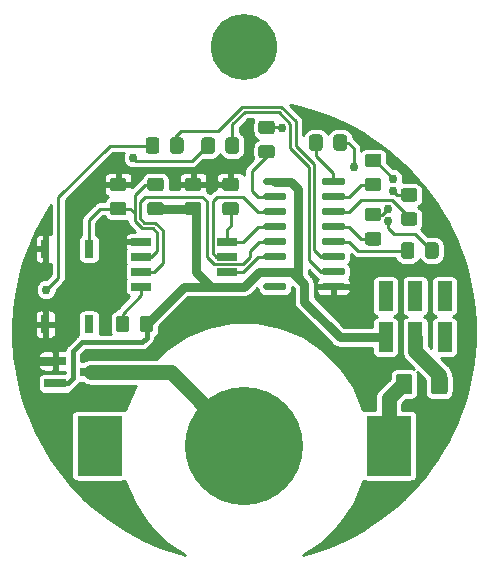
<source format=gbl>
G04 #@! TF.GenerationSoftware,KiCad,Pcbnew,(5.1.6)-1*
G04 #@! TF.CreationDate,2020-08-08T13:54:31-07:00*
G04 #@! TF.ProjectId,attiny85-keychain,61747469-6e79-4383-952d-6b6579636861,A*
G04 #@! TF.SameCoordinates,Original*
G04 #@! TF.FileFunction,Copper,L2,Bot*
G04 #@! TF.FilePolarity,Positive*
%FSLAX46Y46*%
G04 Gerber Fmt 4.6, Leading zero omitted, Abs format (unit mm)*
G04 Created by KiCad (PCBNEW (5.1.6)-1) date 2020-08-08 13:54:31*
%MOMM*%
%LPD*%
G01*
G04 APERTURE LIST*
G04 #@! TA.AperFunction,SMDPad,CuDef*
%ADD10R,1.250000X2.500000*%
G04 #@! TD*
G04 #@! TA.AperFunction,SMDPad,CuDef*
%ADD11R,3.810000X5.080000*%
G04 #@! TD*
G04 #@! TA.AperFunction,SMDPad,CuDef*
%ADD12C,10.000000*%
G04 #@! TD*
G04 #@! TA.AperFunction,ComponentPad*
%ADD13C,5.600000*%
G04 #@! TD*
G04 #@! TA.AperFunction,SMDPad,CuDef*
%ADD14R,0.800000X1.500000*%
G04 #@! TD*
G04 #@! TA.AperFunction,SMDPad,CuDef*
%ADD15R,1.700000X0.650000*%
G04 #@! TD*
G04 #@! TA.AperFunction,SMDPad,CuDef*
%ADD16R,1.900000X0.800000*%
G04 #@! TD*
G04 #@! TA.AperFunction,ViaPad*
%ADD17C,0.762000*%
G04 #@! TD*
G04 #@! TA.AperFunction,Conductor*
%ADD18C,0.762000*%
G04 #@! TD*
G04 #@! TA.AperFunction,Conductor*
%ADD19C,0.254000*%
G04 #@! TD*
G04 #@! TA.AperFunction,Conductor*
%ADD20C,1.270000*%
G04 #@! TD*
G04 #@! TA.AperFunction,Conductor*
%ADD21C,0.381000*%
G04 #@! TD*
G04 APERTURE END LIST*
D10*
X154218000Y-111280000D03*
X154218000Y-114780000D03*
X156718000Y-114780000D03*
X159218000Y-114780000D03*
X156718000Y-111280000D03*
X159218000Y-111280000D03*
D11*
X154482800Y-123952000D03*
X129997200Y-123952000D03*
D12*
X142240000Y-123952000D03*
D13*
X142240000Y-90170000D03*
D14*
X125404000Y-107290000D03*
X129104000Y-107290000D03*
X129104000Y-113690000D03*
X125404000Y-113690000D03*
D15*
X133510000Y-110490000D03*
X133510000Y-109220000D03*
X133510000Y-107950000D03*
X133510000Y-106680000D03*
X140810000Y-106680000D03*
X140810000Y-107950000D03*
X140810000Y-109220000D03*
X140810000Y-110490000D03*
G04 #@! TA.AperFunction,SMDPad,CuDef*
G36*
G01*
X141547450Y-102420000D02*
X140646550Y-102420000D01*
G75*
G02*
X140397000Y-102170450I0J249550D01*
G01*
X140397000Y-101519550D01*
G75*
G02*
X140646550Y-101270000I249550J0D01*
G01*
X141547450Y-101270000D01*
G75*
G02*
X141797000Y-101519550I0J-249550D01*
G01*
X141797000Y-102170450D01*
G75*
G02*
X141547450Y-102420000I-249550J0D01*
G01*
G37*
G04 #@! TD.AperFunction*
G04 #@! TA.AperFunction,SMDPad,CuDef*
G36*
G01*
X141547001Y-104470000D02*
X140646999Y-104470000D01*
G75*
G02*
X140397000Y-104220001I0J249999D01*
G01*
X140397000Y-103569999D01*
G75*
G02*
X140646999Y-103320000I249999J0D01*
G01*
X141547001Y-103320000D01*
G75*
G02*
X141797000Y-103569999I0J-249999D01*
G01*
X141797000Y-104220001D01*
G75*
G02*
X141547001Y-104470000I-249999J0D01*
G01*
G37*
G04 #@! TD.AperFunction*
D16*
X129262000Y-117729000D03*
X126262000Y-116779000D03*
X126262000Y-118679000D03*
G04 #@! TA.AperFunction,SMDPad,CuDef*
G36*
G01*
X158037500Y-119370000D02*
X158037500Y-118120000D01*
G75*
G02*
X158287500Y-117870000I250000J0D01*
G01*
X159212500Y-117870000D01*
G75*
G02*
X159462500Y-118120000I0J-250000D01*
G01*
X159462500Y-119370000D01*
G75*
G02*
X159212500Y-119620000I-250000J0D01*
G01*
X158287500Y-119620000D01*
G75*
G02*
X158037500Y-119370000I0J250000D01*
G01*
G37*
G04 #@! TD.AperFunction*
G04 #@! TA.AperFunction,SMDPad,CuDef*
G36*
G01*
X155062500Y-119370000D02*
X155062500Y-118120000D01*
G75*
G02*
X155312500Y-117870000I250000J0D01*
G01*
X156237500Y-117870000D01*
G75*
G02*
X156487500Y-118120000I0J-250000D01*
G01*
X156487500Y-119370000D01*
G75*
G02*
X156237500Y-119620000I-250000J0D01*
G01*
X155312500Y-119620000D01*
G75*
G02*
X155062500Y-119370000I0J250000D01*
G01*
G37*
G04 #@! TD.AperFunction*
G04 #@! TA.AperFunction,SMDPad,CuDef*
G36*
G01*
X135197001Y-102420000D02*
X134296999Y-102420000D01*
G75*
G02*
X134047000Y-102170001I0J249999D01*
G01*
X134047000Y-101519999D01*
G75*
G02*
X134296999Y-101270000I249999J0D01*
G01*
X135197001Y-101270000D01*
G75*
G02*
X135447000Y-101519999I0J-249999D01*
G01*
X135447000Y-102170001D01*
G75*
G02*
X135197001Y-102420000I-249999J0D01*
G01*
G37*
G04 #@! TD.AperFunction*
G04 #@! TA.AperFunction,SMDPad,CuDef*
G36*
G01*
X135197001Y-104470000D02*
X134296999Y-104470000D01*
G75*
G02*
X134047000Y-104220001I0J249999D01*
G01*
X134047000Y-103569999D01*
G75*
G02*
X134296999Y-103320000I249999J0D01*
G01*
X135197001Y-103320000D01*
G75*
G02*
X135447000Y-103569999I0J-249999D01*
G01*
X135447000Y-104220001D01*
G75*
G02*
X135197001Y-104470000I-249999J0D01*
G01*
G37*
G04 #@! TD.AperFunction*
G04 #@! TA.AperFunction,SMDPad,CuDef*
G36*
G01*
X139758000Y-98101999D02*
X139758000Y-99002001D01*
G75*
G02*
X139508001Y-99252000I-249999J0D01*
G01*
X138857999Y-99252000D01*
G75*
G02*
X138608000Y-99002001I0J249999D01*
G01*
X138608000Y-98101999D01*
G75*
G02*
X138857999Y-97852000I249999J0D01*
G01*
X139508001Y-97852000D01*
G75*
G02*
X139758000Y-98101999I0J-249999D01*
G01*
G37*
G04 #@! TD.AperFunction*
G04 #@! TA.AperFunction,SMDPad,CuDef*
G36*
G01*
X141808000Y-98101999D02*
X141808000Y-99002001D01*
G75*
G02*
X141558001Y-99252000I-249999J0D01*
G01*
X140907999Y-99252000D01*
G75*
G02*
X140658000Y-99002001I0J249999D01*
G01*
X140658000Y-98101999D01*
G75*
G02*
X140907999Y-97852000I249999J0D01*
G01*
X141558001Y-97852000D01*
G75*
G02*
X141808000Y-98101999I0J-249999D01*
G01*
G37*
G04 #@! TD.AperFunction*
G04 #@! TA.AperFunction,SMDPad,CuDef*
G36*
G01*
X137109000Y-98101999D02*
X137109000Y-99002001D01*
G75*
G02*
X136859001Y-99252000I-249999J0D01*
G01*
X136208999Y-99252000D01*
G75*
G02*
X135959000Y-99002001I0J249999D01*
G01*
X135959000Y-98101999D01*
G75*
G02*
X136208999Y-97852000I249999J0D01*
G01*
X136859001Y-97852000D01*
G75*
G02*
X137109000Y-98101999I0J-249999D01*
G01*
G37*
G04 #@! TD.AperFunction*
G04 #@! TA.AperFunction,SMDPad,CuDef*
G36*
G01*
X135059000Y-98101999D02*
X135059000Y-99002001D01*
G75*
G02*
X134809001Y-99252000I-249999J0D01*
G01*
X134158999Y-99252000D01*
G75*
G02*
X133909000Y-99002001I0J249999D01*
G01*
X133909000Y-98101999D01*
G75*
G02*
X134158999Y-97852000I249999J0D01*
G01*
X134809001Y-97852000D01*
G75*
G02*
X135059000Y-98101999I0J-249999D01*
G01*
G37*
G04 #@! TD.AperFunction*
G04 #@! TA.AperFunction,SMDPad,CuDef*
G36*
G01*
X157558000Y-107892001D02*
X157558000Y-106991999D01*
G75*
G02*
X157807999Y-106742000I249999J0D01*
G01*
X158458001Y-106742000D01*
G75*
G02*
X158708000Y-106991999I0J-249999D01*
G01*
X158708000Y-107892001D01*
G75*
G02*
X158458001Y-108142000I-249999J0D01*
G01*
X157807999Y-108142000D01*
G75*
G02*
X157558000Y-107892001I0J249999D01*
G01*
G37*
G04 #@! TD.AperFunction*
G04 #@! TA.AperFunction,SMDPad,CuDef*
G36*
G01*
X155508000Y-107892001D02*
X155508000Y-106991999D01*
G75*
G02*
X155757999Y-106742000I249999J0D01*
G01*
X156408001Y-106742000D01*
G75*
G02*
X156658000Y-106991999I0J-249999D01*
G01*
X156658000Y-107892001D01*
G75*
G02*
X156408001Y-108142000I-249999J0D01*
G01*
X155757999Y-108142000D01*
G75*
G02*
X155508000Y-107892001I0J249999D01*
G01*
G37*
G04 #@! TD.AperFunction*
G04 #@! TA.AperFunction,SMDPad,CuDef*
G36*
G01*
X153612001Y-104969000D02*
X152711999Y-104969000D01*
G75*
G02*
X152462000Y-104719001I0J249999D01*
G01*
X152462000Y-104068999D01*
G75*
G02*
X152711999Y-103819000I249999J0D01*
G01*
X153612001Y-103819000D01*
G75*
G02*
X153862000Y-104068999I0J-249999D01*
G01*
X153862000Y-104719001D01*
G75*
G02*
X153612001Y-104969000I-249999J0D01*
G01*
G37*
G04 #@! TD.AperFunction*
G04 #@! TA.AperFunction,SMDPad,CuDef*
G36*
G01*
X153612001Y-107019000D02*
X152711999Y-107019000D01*
G75*
G02*
X152462000Y-106769001I0J249999D01*
G01*
X152462000Y-106118999D01*
G75*
G02*
X152711999Y-105869000I249999J0D01*
G01*
X153612001Y-105869000D01*
G75*
G02*
X153862000Y-106118999I0J-249999D01*
G01*
X153862000Y-106769001D01*
G75*
G02*
X153612001Y-107019000I-249999J0D01*
G01*
G37*
G04 #@! TD.AperFunction*
G04 #@! TA.AperFunction,SMDPad,CuDef*
G36*
G01*
X156660001Y-105350000D02*
X155759999Y-105350000D01*
G75*
G02*
X155510000Y-105100001I0J249999D01*
G01*
X155510000Y-104449999D01*
G75*
G02*
X155759999Y-104200000I249999J0D01*
G01*
X156660001Y-104200000D01*
G75*
G02*
X156910000Y-104449999I0J-249999D01*
G01*
X156910000Y-105100001D01*
G75*
G02*
X156660001Y-105350000I-249999J0D01*
G01*
G37*
G04 #@! TD.AperFunction*
G04 #@! TA.AperFunction,SMDPad,CuDef*
G36*
G01*
X156660001Y-103300000D02*
X155759999Y-103300000D01*
G75*
G02*
X155510000Y-103050001I0J249999D01*
G01*
X155510000Y-102399999D01*
G75*
G02*
X155759999Y-102150000I249999J0D01*
G01*
X156660001Y-102150000D01*
G75*
G02*
X156910000Y-102399999I0J-249999D01*
G01*
X156910000Y-103050001D01*
G75*
G02*
X156660001Y-103300000I-249999J0D01*
G01*
G37*
G04 #@! TD.AperFunction*
G04 #@! TA.AperFunction,SMDPad,CuDef*
G36*
G01*
X153612001Y-100379000D02*
X152711999Y-100379000D01*
G75*
G02*
X152462000Y-100129001I0J249999D01*
G01*
X152462000Y-99478999D01*
G75*
G02*
X152711999Y-99229000I249999J0D01*
G01*
X153612001Y-99229000D01*
G75*
G02*
X153862000Y-99478999I0J-249999D01*
G01*
X153862000Y-100129001D01*
G75*
G02*
X153612001Y-100379000I-249999J0D01*
G01*
G37*
G04 #@! TD.AperFunction*
G04 #@! TA.AperFunction,SMDPad,CuDef*
G36*
G01*
X153612001Y-102429000D02*
X152711999Y-102429000D01*
G75*
G02*
X152462000Y-102179001I0J249999D01*
G01*
X152462000Y-101528999D01*
G75*
G02*
X152711999Y-101279000I249999J0D01*
G01*
X153612001Y-101279000D01*
G75*
G02*
X153862000Y-101528999I0J-249999D01*
G01*
X153862000Y-102179001D01*
G75*
G02*
X153612001Y-102429000I-249999J0D01*
G01*
G37*
G04 #@! TD.AperFunction*
G04 #@! TA.AperFunction,SMDPad,CuDef*
G36*
G01*
X149793000Y-98748001D02*
X149793000Y-97847999D01*
G75*
G02*
X150042999Y-97598000I249999J0D01*
G01*
X150693001Y-97598000D01*
G75*
G02*
X150943000Y-97847999I0J-249999D01*
G01*
X150943000Y-98748001D01*
G75*
G02*
X150693001Y-98998000I-249999J0D01*
G01*
X150042999Y-98998000D01*
G75*
G02*
X149793000Y-98748001I0J249999D01*
G01*
G37*
G04 #@! TD.AperFunction*
G04 #@! TA.AperFunction,SMDPad,CuDef*
G36*
G01*
X147743000Y-98748001D02*
X147743000Y-97847999D01*
G75*
G02*
X147992999Y-97598000I249999J0D01*
G01*
X148643001Y-97598000D01*
G75*
G02*
X148893000Y-97847999I0J-249999D01*
G01*
X148893000Y-98748001D01*
G75*
G02*
X148643001Y-98998000I-249999J0D01*
G01*
X147992999Y-98998000D01*
G75*
G02*
X147743000Y-98748001I0J249999D01*
G01*
G37*
G04 #@! TD.AperFunction*
G04 #@! TA.AperFunction,SMDPad,CuDef*
G36*
G01*
X144595001Y-97594000D02*
X143694999Y-97594000D01*
G75*
G02*
X143445000Y-97344001I0J249999D01*
G01*
X143445000Y-96693999D01*
G75*
G02*
X143694999Y-96444000I249999J0D01*
G01*
X144595001Y-96444000D01*
G75*
G02*
X144845000Y-96693999I0J-249999D01*
G01*
X144845000Y-97344001D01*
G75*
G02*
X144595001Y-97594000I-249999J0D01*
G01*
G37*
G04 #@! TD.AperFunction*
G04 #@! TA.AperFunction,SMDPad,CuDef*
G36*
G01*
X144595001Y-99644000D02*
X143694999Y-99644000D01*
G75*
G02*
X143445000Y-99394001I0J249999D01*
G01*
X143445000Y-98743999D01*
G75*
G02*
X143694999Y-98494000I249999J0D01*
G01*
X144595001Y-98494000D01*
G75*
G02*
X144845000Y-98743999I0J-249999D01*
G01*
X144845000Y-99394001D01*
G75*
G02*
X144595001Y-99644000I-249999J0D01*
G01*
G37*
G04 #@! TD.AperFunction*
G04 #@! TA.AperFunction,SMDPad,CuDef*
G36*
G01*
X150770000Y-101450000D02*
X150770000Y-101750000D01*
G75*
G02*
X150620000Y-101900000I-150000J0D01*
G01*
X148970000Y-101900000D01*
G75*
G02*
X148820000Y-101750000I0J150000D01*
G01*
X148820000Y-101450000D01*
G75*
G02*
X148970000Y-101300000I150000J0D01*
G01*
X150620000Y-101300000D01*
G75*
G02*
X150770000Y-101450000I0J-150000D01*
G01*
G37*
G04 #@! TD.AperFunction*
G04 #@! TA.AperFunction,SMDPad,CuDef*
G36*
G01*
X150770000Y-102720000D02*
X150770000Y-103020000D01*
G75*
G02*
X150620000Y-103170000I-150000J0D01*
G01*
X148970000Y-103170000D01*
G75*
G02*
X148820000Y-103020000I0J150000D01*
G01*
X148820000Y-102720000D01*
G75*
G02*
X148970000Y-102570000I150000J0D01*
G01*
X150620000Y-102570000D01*
G75*
G02*
X150770000Y-102720000I0J-150000D01*
G01*
G37*
G04 #@! TD.AperFunction*
G04 #@! TA.AperFunction,SMDPad,CuDef*
G36*
G01*
X150770000Y-103990000D02*
X150770000Y-104290000D01*
G75*
G02*
X150620000Y-104440000I-150000J0D01*
G01*
X148970000Y-104440000D01*
G75*
G02*
X148820000Y-104290000I0J150000D01*
G01*
X148820000Y-103990000D01*
G75*
G02*
X148970000Y-103840000I150000J0D01*
G01*
X150620000Y-103840000D01*
G75*
G02*
X150770000Y-103990000I0J-150000D01*
G01*
G37*
G04 #@! TD.AperFunction*
G04 #@! TA.AperFunction,SMDPad,CuDef*
G36*
G01*
X150770000Y-105260000D02*
X150770000Y-105560000D01*
G75*
G02*
X150620000Y-105710000I-150000J0D01*
G01*
X148970000Y-105710000D01*
G75*
G02*
X148820000Y-105560000I0J150000D01*
G01*
X148820000Y-105260000D01*
G75*
G02*
X148970000Y-105110000I150000J0D01*
G01*
X150620000Y-105110000D01*
G75*
G02*
X150770000Y-105260000I0J-150000D01*
G01*
G37*
G04 #@! TD.AperFunction*
G04 #@! TA.AperFunction,SMDPad,CuDef*
G36*
G01*
X150770000Y-106530000D02*
X150770000Y-106830000D01*
G75*
G02*
X150620000Y-106980000I-150000J0D01*
G01*
X148970000Y-106980000D01*
G75*
G02*
X148820000Y-106830000I0J150000D01*
G01*
X148820000Y-106530000D01*
G75*
G02*
X148970000Y-106380000I150000J0D01*
G01*
X150620000Y-106380000D01*
G75*
G02*
X150770000Y-106530000I0J-150000D01*
G01*
G37*
G04 #@! TD.AperFunction*
G04 #@! TA.AperFunction,SMDPad,CuDef*
G36*
G01*
X150770000Y-107800000D02*
X150770000Y-108100000D01*
G75*
G02*
X150620000Y-108250000I-150000J0D01*
G01*
X148970000Y-108250000D01*
G75*
G02*
X148820000Y-108100000I0J150000D01*
G01*
X148820000Y-107800000D01*
G75*
G02*
X148970000Y-107650000I150000J0D01*
G01*
X150620000Y-107650000D01*
G75*
G02*
X150770000Y-107800000I0J-150000D01*
G01*
G37*
G04 #@! TD.AperFunction*
G04 #@! TA.AperFunction,SMDPad,CuDef*
G36*
G01*
X150770000Y-109070000D02*
X150770000Y-109370000D01*
G75*
G02*
X150620000Y-109520000I-150000J0D01*
G01*
X148970000Y-109520000D01*
G75*
G02*
X148820000Y-109370000I0J150000D01*
G01*
X148820000Y-109070000D01*
G75*
G02*
X148970000Y-108920000I150000J0D01*
G01*
X150620000Y-108920000D01*
G75*
G02*
X150770000Y-109070000I0J-150000D01*
G01*
G37*
G04 #@! TD.AperFunction*
G04 #@! TA.AperFunction,SMDPad,CuDef*
G36*
G01*
X150770000Y-110340000D02*
X150770000Y-110640000D01*
G75*
G02*
X150620000Y-110790000I-150000J0D01*
G01*
X148970000Y-110790000D01*
G75*
G02*
X148820000Y-110640000I0J150000D01*
G01*
X148820000Y-110340000D01*
G75*
G02*
X148970000Y-110190000I150000J0D01*
G01*
X150620000Y-110190000D01*
G75*
G02*
X150770000Y-110340000I0J-150000D01*
G01*
G37*
G04 #@! TD.AperFunction*
G04 #@! TA.AperFunction,SMDPad,CuDef*
G36*
G01*
X145820000Y-110340000D02*
X145820000Y-110640000D01*
G75*
G02*
X145670000Y-110790000I-150000J0D01*
G01*
X144020000Y-110790000D01*
G75*
G02*
X143870000Y-110640000I0J150000D01*
G01*
X143870000Y-110340000D01*
G75*
G02*
X144020000Y-110190000I150000J0D01*
G01*
X145670000Y-110190000D01*
G75*
G02*
X145820000Y-110340000I0J-150000D01*
G01*
G37*
G04 #@! TD.AperFunction*
G04 #@! TA.AperFunction,SMDPad,CuDef*
G36*
G01*
X145820000Y-109070000D02*
X145820000Y-109370000D01*
G75*
G02*
X145670000Y-109520000I-150000J0D01*
G01*
X144020000Y-109520000D01*
G75*
G02*
X143870000Y-109370000I0J150000D01*
G01*
X143870000Y-109070000D01*
G75*
G02*
X144020000Y-108920000I150000J0D01*
G01*
X145670000Y-108920000D01*
G75*
G02*
X145820000Y-109070000I0J-150000D01*
G01*
G37*
G04 #@! TD.AperFunction*
G04 #@! TA.AperFunction,SMDPad,CuDef*
G36*
G01*
X145820000Y-107800000D02*
X145820000Y-108100000D01*
G75*
G02*
X145670000Y-108250000I-150000J0D01*
G01*
X144020000Y-108250000D01*
G75*
G02*
X143870000Y-108100000I0J150000D01*
G01*
X143870000Y-107800000D01*
G75*
G02*
X144020000Y-107650000I150000J0D01*
G01*
X145670000Y-107650000D01*
G75*
G02*
X145820000Y-107800000I0J-150000D01*
G01*
G37*
G04 #@! TD.AperFunction*
G04 #@! TA.AperFunction,SMDPad,CuDef*
G36*
G01*
X145820000Y-106530000D02*
X145820000Y-106830000D01*
G75*
G02*
X145670000Y-106980000I-150000J0D01*
G01*
X144020000Y-106980000D01*
G75*
G02*
X143870000Y-106830000I0J150000D01*
G01*
X143870000Y-106530000D01*
G75*
G02*
X144020000Y-106380000I150000J0D01*
G01*
X145670000Y-106380000D01*
G75*
G02*
X145820000Y-106530000I0J-150000D01*
G01*
G37*
G04 #@! TD.AperFunction*
G04 #@! TA.AperFunction,SMDPad,CuDef*
G36*
G01*
X145820000Y-105260000D02*
X145820000Y-105560000D01*
G75*
G02*
X145670000Y-105710000I-150000J0D01*
G01*
X144020000Y-105710000D01*
G75*
G02*
X143870000Y-105560000I0J150000D01*
G01*
X143870000Y-105260000D01*
G75*
G02*
X144020000Y-105110000I150000J0D01*
G01*
X145670000Y-105110000D01*
G75*
G02*
X145820000Y-105260000I0J-150000D01*
G01*
G37*
G04 #@! TD.AperFunction*
G04 #@! TA.AperFunction,SMDPad,CuDef*
G36*
G01*
X145820000Y-103990000D02*
X145820000Y-104290000D01*
G75*
G02*
X145670000Y-104440000I-150000J0D01*
G01*
X144020000Y-104440000D01*
G75*
G02*
X143870000Y-104290000I0J150000D01*
G01*
X143870000Y-103990000D01*
G75*
G02*
X144020000Y-103840000I150000J0D01*
G01*
X145670000Y-103840000D01*
G75*
G02*
X145820000Y-103990000I0J-150000D01*
G01*
G37*
G04 #@! TD.AperFunction*
G04 #@! TA.AperFunction,SMDPad,CuDef*
G36*
G01*
X145820000Y-102720000D02*
X145820000Y-103020000D01*
G75*
G02*
X145670000Y-103170000I-150000J0D01*
G01*
X144020000Y-103170000D01*
G75*
G02*
X143870000Y-103020000I0J150000D01*
G01*
X143870000Y-102720000D01*
G75*
G02*
X144020000Y-102570000I150000J0D01*
G01*
X145670000Y-102570000D01*
G75*
G02*
X145820000Y-102720000I0J-150000D01*
G01*
G37*
G04 #@! TD.AperFunction*
G04 #@! TA.AperFunction,SMDPad,CuDef*
G36*
G01*
X145820000Y-101450000D02*
X145820000Y-101750000D01*
G75*
G02*
X145670000Y-101900000I-150000J0D01*
G01*
X144020000Y-101900000D01*
G75*
G02*
X143870000Y-101750000I0J150000D01*
G01*
X143870000Y-101450000D01*
G75*
G02*
X144020000Y-101300000I150000J0D01*
G01*
X145670000Y-101300000D01*
G75*
G02*
X145820000Y-101450000I0J-150000D01*
G01*
G37*
G04 #@! TD.AperFunction*
G04 #@! TA.AperFunction,SMDPad,CuDef*
G36*
G01*
X132510000Y-113214999D02*
X132510000Y-114115001D01*
G75*
G02*
X132260001Y-114365000I-249999J0D01*
G01*
X131609999Y-114365000D01*
G75*
G02*
X131360000Y-114115001I0J249999D01*
G01*
X131360000Y-113214999D01*
G75*
G02*
X131609999Y-112965000I249999J0D01*
G01*
X132260001Y-112965000D01*
G75*
G02*
X132510000Y-113214999I0J-249999D01*
G01*
G37*
G04 #@! TD.AperFunction*
G04 #@! TA.AperFunction,SMDPad,CuDef*
G36*
G01*
X134560000Y-113214999D02*
X134560000Y-114115001D01*
G75*
G02*
X134310001Y-114365000I-249999J0D01*
G01*
X133659999Y-114365000D01*
G75*
G02*
X133410000Y-114115001I0J249999D01*
G01*
X133410000Y-113214999D01*
G75*
G02*
X133659999Y-112965000I249999J0D01*
G01*
X134310001Y-112965000D01*
G75*
G02*
X134560000Y-113214999I0J-249999D01*
G01*
G37*
G04 #@! TD.AperFunction*
G04 #@! TA.AperFunction,SMDPad,CuDef*
G36*
G01*
X132022450Y-102420000D02*
X131121550Y-102420000D01*
G75*
G02*
X130872000Y-102170450I0J249550D01*
G01*
X130872000Y-101519550D01*
G75*
G02*
X131121550Y-101270000I249550J0D01*
G01*
X132022450Y-101270000D01*
G75*
G02*
X132272000Y-101519550I0J-249550D01*
G01*
X132272000Y-102170450D01*
G75*
G02*
X132022450Y-102420000I-249550J0D01*
G01*
G37*
G04 #@! TD.AperFunction*
G04 #@! TA.AperFunction,SMDPad,CuDef*
G36*
G01*
X132022001Y-104470000D02*
X131121999Y-104470000D01*
G75*
G02*
X130872000Y-104220001I0J249999D01*
G01*
X130872000Y-103569999D01*
G75*
G02*
X131121999Y-103320000I249999J0D01*
G01*
X132022001Y-103320000D01*
G75*
G02*
X132272000Y-103569999I0J-249999D01*
G01*
X132272000Y-104220001D01*
G75*
G02*
X132022001Y-104470000I-249999J0D01*
G01*
G37*
G04 #@! TD.AperFunction*
G04 #@! TA.AperFunction,SMDPad,CuDef*
G36*
G01*
X138372001Y-102420000D02*
X137471999Y-102420000D01*
G75*
G02*
X137222000Y-102170001I0J249999D01*
G01*
X137222000Y-101519999D01*
G75*
G02*
X137471999Y-101270000I249999J0D01*
G01*
X138372001Y-101270000D01*
G75*
G02*
X138622000Y-101519999I0J-249999D01*
G01*
X138622000Y-102170001D01*
G75*
G02*
X138372001Y-102420000I-249999J0D01*
G01*
G37*
G04 #@! TD.AperFunction*
G04 #@! TA.AperFunction,SMDPad,CuDef*
G36*
G01*
X138372001Y-104470000D02*
X137471999Y-104470000D01*
G75*
G02*
X137222000Y-104220001I0J249999D01*
G01*
X137222000Y-103569999D01*
G75*
G02*
X137471999Y-103320000I249999J0D01*
G01*
X138372001Y-103320000D01*
G75*
G02*
X138622000Y-103569999I0J-249999D01*
G01*
X138622000Y-104220001D01*
G75*
G02*
X138372001Y-104470000I-249999J0D01*
G01*
G37*
G04 #@! TD.AperFunction*
D17*
X160655000Y-113030000D03*
X124079000Y-116779000D03*
X145445835Y-97028000D03*
X151511000Y-100330000D03*
X154818098Y-101346000D03*
X154813000Y-102362000D03*
X154432000Y-103885990D03*
X154432000Y-104902000D03*
X125476000Y-110744000D03*
X132842000Y-99568000D03*
D18*
X126262000Y-116779000D02*
X124079000Y-116779000D01*
D19*
X145436835Y-97019000D02*
X145445835Y-97028000D01*
X144145000Y-97019000D02*
X145436835Y-97019000D01*
X151511000Y-98766000D02*
X151511000Y-100330000D01*
X150368000Y-98298000D02*
X151043000Y-98298000D01*
X151043000Y-98298000D02*
X151511000Y-98766000D01*
X153280000Y-99813000D02*
X154813000Y-101346000D01*
X153162000Y-99813000D02*
X153280000Y-99813000D01*
X154813000Y-101346000D02*
X154818098Y-101346000D01*
X156210000Y-102725000D02*
X155282083Y-102725000D01*
X155282083Y-102725000D02*
X155176000Y-102725000D01*
X155176000Y-102725000D02*
X154813000Y-102362000D01*
X153923990Y-104394000D02*
X154051001Y-104266989D01*
X154051001Y-104266989D02*
X154432000Y-103885990D01*
X153035000Y-104394000D02*
X153923990Y-104394000D01*
X154432000Y-105520773D02*
X154432000Y-104902000D01*
X154956227Y-106045000D02*
X154432000Y-105520773D01*
X158133000Y-107442000D02*
X156736000Y-106045000D01*
X156736000Y-106045000D02*
X154956227Y-106045000D01*
X134357000Y-98806000D02*
X134493000Y-98670000D01*
X125856999Y-110363001D02*
X125476000Y-110744000D01*
X126492000Y-109728000D02*
X125856999Y-110363001D01*
X126492000Y-102933500D02*
X126492000Y-109728000D01*
X134493000Y-98552000D02*
X130873500Y-98552000D01*
X130873500Y-98552000D02*
X126492000Y-102933500D01*
X133095945Y-99821945D02*
X132842000Y-99568000D01*
X139065000Y-98552000D02*
X137795055Y-99821945D01*
X137795055Y-99821945D02*
X133095945Y-99821945D01*
D20*
X158750000Y-117983000D02*
X158750000Y-118745000D01*
X156845000Y-116078000D02*
X158750000Y-117983000D01*
X156845000Y-116078000D02*
X156718000Y-115951000D01*
X156718000Y-115951000D02*
X156718000Y-114808000D01*
D18*
X155702000Y-118999000D02*
X155702000Y-118872000D01*
D20*
X154482800Y-119964200D02*
X155702000Y-118745000D01*
X154482800Y-123952000D02*
X154482800Y-119964200D01*
X129262000Y-117729000D02*
X136017000Y-117729000D01*
X136017000Y-117729000D02*
X142240000Y-123952000D01*
D19*
X133477000Y-107950000D02*
X134366000Y-107950000D01*
X134874000Y-107442000D02*
X134874000Y-105918000D01*
X134874000Y-105918000D02*
X134493000Y-105537000D01*
X134366000Y-107950000D02*
X134874000Y-107442000D01*
X134493000Y-105537000D02*
X133592407Y-105537000D01*
X133592407Y-105537000D02*
X132969000Y-104913593D01*
X129104000Y-104830000D02*
X129104000Y-107290000D01*
X130048000Y-103886000D02*
X129104000Y-104830000D01*
X132969000Y-104267000D02*
X132588000Y-103886000D01*
X132588000Y-103886000D02*
X130048000Y-103886000D01*
X133858000Y-101854000D02*
X134747000Y-101854000D01*
X132969000Y-104902000D02*
X132969000Y-102743000D01*
X132969000Y-102743000D02*
X133858000Y-101854000D01*
X131953000Y-113538000D02*
X131953000Y-113792000D01*
X131953000Y-112776000D02*
X131953000Y-113538000D01*
X133510000Y-110490000D02*
X133510000Y-111219000D01*
X133510000Y-111219000D02*
X131953000Y-112776000D01*
X143383000Y-104140000D02*
X144845000Y-104140000D01*
X139833000Y-107950000D02*
X139573000Y-107690000D01*
X140810000Y-107950000D02*
X139833000Y-107950000D01*
X139573000Y-107690000D02*
X139573000Y-103251000D01*
X139573000Y-103251000D02*
X139954000Y-102870000D01*
X139954000Y-102870000D02*
X142113000Y-102870000D01*
X142113000Y-102870000D02*
X143383000Y-104140000D01*
X140090000Y-106562000D02*
X140208000Y-106680000D01*
X142113000Y-106680000D02*
X140462000Y-106680000D01*
X144780000Y-105410000D02*
X143383000Y-105410000D01*
X143383000Y-105410000D02*
X142113000Y-106680000D01*
X141097000Y-103886000D02*
X141097000Y-105346500D01*
X140810000Y-105633500D02*
X140810000Y-106680000D01*
X141097000Y-105346500D02*
X140810000Y-105633500D01*
X134620000Y-109220000D02*
X133477000Y-109220000D01*
X139700000Y-108585000D02*
X139065000Y-107950000D01*
X142113000Y-108585000D02*
X139700000Y-108585000D01*
X144845000Y-106680000D02*
X143510000Y-106680000D01*
X142748000Y-107950000D02*
X142113000Y-108585000D01*
X135331211Y-105728618D02*
X135331211Y-108508789D01*
X135331211Y-108508789D02*
X134620000Y-109220000D01*
X142748000Y-107442000D02*
X142748000Y-107950000D01*
X143510000Y-106680000D02*
X142748000Y-107442000D01*
X139065000Y-103251000D02*
X138684000Y-102870000D01*
X138684000Y-102870000D02*
X133858000Y-102870000D01*
X133426210Y-104724210D02*
X133781789Y-105079789D01*
X133858000Y-102870000D02*
X133426210Y-103301790D01*
X133426210Y-103301790D02*
X133426210Y-104724210D01*
X133781789Y-105079789D02*
X134682382Y-105079789D01*
X139065000Y-107950000D02*
X139065000Y-103251000D01*
X134682382Y-105079789D02*
X135331211Y-105728618D01*
X144145000Y-107950000D02*
X144780000Y-107950000D01*
X143383000Y-107950000D02*
X144145000Y-107950000D01*
X140716000Y-109220000D02*
X142113000Y-109220000D01*
X142113000Y-109220000D02*
X143383000Y-107950000D01*
D18*
X146812000Y-109728000D02*
X146939000Y-109855000D01*
X146812000Y-102235000D02*
X146812000Y-109728000D01*
X144845000Y-101600000D02*
X146177000Y-101600000D01*
X146177000Y-101600000D02*
X146812000Y-102235000D01*
X137160000Y-110490000D02*
X133985000Y-113665000D01*
X150340000Y-114780000D02*
X147320000Y-111760000D01*
X154345000Y-114780000D02*
X150340000Y-114780000D01*
X147320000Y-111760000D02*
X147320000Y-110236000D01*
X147320000Y-110236000D02*
X146304000Y-109220000D01*
X146304000Y-109220000D02*
X143510000Y-109220000D01*
X143510000Y-109220000D02*
X142240000Y-110490000D01*
D21*
X127320000Y-118679000D02*
X126262000Y-118679000D01*
X133985000Y-114808000D02*
X133604000Y-115189000D01*
X133985000Y-113665000D02*
X133985000Y-114808000D01*
X133604000Y-115189000D02*
X128524000Y-115189000D01*
X128524000Y-115189000D02*
X127762000Y-115951000D01*
X127762000Y-115951000D02*
X127762000Y-118237000D01*
X127762000Y-118237000D02*
X127320000Y-118679000D01*
D18*
X142240000Y-110490000D02*
X137160000Y-110490000D01*
X138176000Y-104140000D02*
X137922000Y-103886000D01*
X137922000Y-103886000D02*
X134620000Y-103886000D01*
X139446000Y-110490000D02*
X138176000Y-109220000D01*
X138176000Y-109220000D02*
X138176000Y-104140000D01*
D19*
X144145000Y-99441000D02*
X144145000Y-99060000D01*
X142875000Y-100711000D02*
X144145000Y-99441000D01*
X142875000Y-102362000D02*
X142875000Y-100711000D01*
X144845000Y-102870000D02*
X143383000Y-102870000D01*
X143383000Y-102870000D02*
X142875000Y-102362000D01*
X148336000Y-99441000D02*
X148336000Y-98298000D01*
X149795000Y-101600000D02*
X149795000Y-100900000D01*
X149795000Y-100900000D02*
X148336000Y-99441000D01*
X152146000Y-101854000D02*
X153289000Y-101854000D01*
X149795000Y-102870000D02*
X151130000Y-102870000D01*
X151130000Y-102870000D02*
X152146000Y-101854000D01*
X149795000Y-104140000D02*
X150622000Y-104140000D01*
X156083000Y-104484422D02*
X156083000Y-104775000D01*
X154722578Y-103124000D02*
X156083000Y-104484422D01*
X152146000Y-103124000D02*
X154722578Y-103124000D01*
X149795000Y-104140000D02*
X151130000Y-104140000D01*
X151130000Y-104140000D02*
X152146000Y-103124000D01*
X153162000Y-106444000D02*
X153162000Y-106244500D01*
X150749000Y-105410000D02*
X149795000Y-105410000D01*
X151130000Y-105410000D02*
X150749000Y-105410000D01*
X153035000Y-106444000D02*
X152164000Y-106444000D01*
X152164000Y-106444000D02*
X151130000Y-105410000D01*
X151130000Y-106680000D02*
X149860000Y-106680000D01*
X156083000Y-107442000D02*
X151892000Y-107442000D01*
X151892000Y-107442000D02*
X151130000Y-106680000D01*
X140208000Y-97143407D02*
X140208000Y-97155000D01*
X148158222Y-100152221D02*
X146614246Y-98608245D01*
X148720000Y-107950000D02*
X148158222Y-107388222D01*
X142101407Y-95250000D02*
X140208000Y-97143407D01*
X145367006Y-95250000D02*
X142101407Y-95250000D01*
X149795000Y-107950000D02*
X148720000Y-107950000D01*
X148158222Y-107388222D02*
X148158222Y-100152221D01*
X146614246Y-98608245D02*
X146614246Y-96497240D01*
X146614246Y-96497240D02*
X145367006Y-95250000D01*
X136398000Y-97790000D02*
X136398000Y-98679000D01*
X136906000Y-97282000D02*
X136398000Y-97790000D01*
X140208000Y-97143407D02*
X140069407Y-97282000D01*
X140069407Y-97282000D02*
X136906000Y-97282000D01*
X146157035Y-98797627D02*
X147701011Y-100341603D01*
X141233000Y-98679000D02*
X141233000Y-96765000D01*
X146157035Y-96686638D02*
X146157035Y-98797627D01*
X145177608Y-95707211D02*
X146157035Y-96686638D01*
X142290789Y-95707211D02*
X145177608Y-95707211D01*
X141233000Y-96765000D02*
X142290789Y-95707211D01*
X147701011Y-100341603D02*
X147701011Y-108201011D01*
X147701011Y-108201011D02*
X148720000Y-109220000D01*
X148720000Y-109220000D02*
X149795000Y-109220000D01*
G36*
X142992429Y-96402985D02*
G01*
X142949155Y-96545641D01*
X142934543Y-96693999D01*
X142934543Y-97344001D01*
X142949155Y-97492359D01*
X142992429Y-97635015D01*
X143062703Y-97766488D01*
X143157275Y-97881725D01*
X143272512Y-97976297D01*
X143399175Y-98044000D01*
X143272512Y-98111703D01*
X143157275Y-98206275D01*
X143062703Y-98321512D01*
X142992429Y-98452985D01*
X142949155Y-98595641D01*
X142934543Y-98743999D01*
X142934543Y-99394001D01*
X142949155Y-99542359D01*
X142992429Y-99685015D01*
X142996097Y-99691878D01*
X142448046Y-100239930D01*
X142423816Y-100259815D01*
X142403932Y-100284044D01*
X142344463Y-100356507D01*
X142285498Y-100466821D01*
X142275908Y-100498436D01*
X142249189Y-100586518D01*
X142242398Y-100655469D01*
X142236929Y-100711000D01*
X142240001Y-100742191D01*
X142240001Y-101021148D01*
X142221430Y-100986405D01*
X142157948Y-100909052D01*
X142080595Y-100845570D01*
X141992344Y-100798398D01*
X141896585Y-100769350D01*
X141797000Y-100759542D01*
X141351000Y-100762000D01*
X141224000Y-100889000D01*
X141224000Y-101718000D01*
X141244000Y-101718000D01*
X141244000Y-101972000D01*
X141224000Y-101972000D01*
X141224000Y-101992000D01*
X140970000Y-101992000D01*
X140970000Y-101972000D01*
X140016000Y-101972000D01*
X139889000Y-102099000D01*
X139887932Y-102238435D01*
X139829518Y-102244188D01*
X139709820Y-102280498D01*
X139643319Y-102316044D01*
X139599505Y-102339463D01*
X139572044Y-102362000D01*
X139502815Y-102418815D01*
X139482926Y-102443050D01*
X139319000Y-102606976D01*
X139155074Y-102443050D01*
X139135185Y-102418815D01*
X139132432Y-102416555D01*
X139130000Y-102099000D01*
X139003000Y-101972000D01*
X138049000Y-101972000D01*
X138049000Y-101992000D01*
X137795000Y-101992000D01*
X137795000Y-101972000D01*
X136841000Y-101972000D01*
X136714000Y-102099000D01*
X136712959Y-102235000D01*
X135951055Y-102235000D01*
X135957457Y-102170001D01*
X135957457Y-101519999D01*
X135942845Y-101371641D01*
X135912013Y-101270000D01*
X136711542Y-101270000D01*
X136714000Y-101591000D01*
X136841000Y-101718000D01*
X137795000Y-101718000D01*
X137795000Y-100889000D01*
X138049000Y-100889000D01*
X138049000Y-101718000D01*
X139003000Y-101718000D01*
X139130000Y-101591000D01*
X139132458Y-101270000D01*
X139886542Y-101270000D01*
X139889000Y-101591000D01*
X140016000Y-101718000D01*
X140970000Y-101718000D01*
X140970000Y-100889000D01*
X140843000Y-100762000D01*
X140397000Y-100759542D01*
X140297415Y-100769350D01*
X140201656Y-100798398D01*
X140113405Y-100845570D01*
X140036052Y-100909052D01*
X139972570Y-100986405D01*
X139925398Y-101074656D01*
X139896350Y-101170415D01*
X139886542Y-101270000D01*
X139132458Y-101270000D01*
X139122650Y-101170415D01*
X139093602Y-101074656D01*
X139046430Y-100986405D01*
X138982948Y-100909052D01*
X138905595Y-100845570D01*
X138817344Y-100798398D01*
X138721585Y-100769350D01*
X138622000Y-100759542D01*
X138176000Y-100762000D01*
X138049000Y-100889000D01*
X137795000Y-100889000D01*
X137668000Y-100762000D01*
X137222000Y-100759542D01*
X137122415Y-100769350D01*
X137026656Y-100798398D01*
X136938405Y-100845570D01*
X136861052Y-100909052D01*
X136797570Y-100986405D01*
X136750398Y-101074656D01*
X136721350Y-101170415D01*
X136711542Y-101270000D01*
X135912013Y-101270000D01*
X135899571Y-101228985D01*
X135829297Y-101097512D01*
X135734725Y-100982275D01*
X135619488Y-100887703D01*
X135488015Y-100817429D01*
X135345359Y-100774155D01*
X135197001Y-100759543D01*
X134296999Y-100759543D01*
X134148641Y-100774155D01*
X134005985Y-100817429D01*
X133874512Y-100887703D01*
X133759275Y-100982275D01*
X133664703Y-101097512D01*
X133594429Y-101228985D01*
X133577819Y-101283741D01*
X133503506Y-101323462D01*
X133457791Y-101360980D01*
X133406815Y-101402815D01*
X133386930Y-101427045D01*
X132747488Y-102066488D01*
X132653000Y-101972000D01*
X131699000Y-101972000D01*
X131699000Y-101992000D01*
X131445000Y-101992000D01*
X131445000Y-101972000D01*
X130491000Y-101972000D01*
X130364000Y-102099000D01*
X130361542Y-102420000D01*
X130371350Y-102519585D01*
X130400398Y-102615344D01*
X130447570Y-102703595D01*
X130511052Y-102780948D01*
X130588405Y-102844430D01*
X130676656Y-102891602D01*
X130746259Y-102912716D01*
X130699512Y-102937703D01*
X130584275Y-103032275D01*
X130489703Y-103147512D01*
X130434387Y-103251000D01*
X130079189Y-103251000D01*
X130048000Y-103247928D01*
X130016811Y-103251000D01*
X130016808Y-103251000D01*
X129923518Y-103260188D01*
X129803853Y-103296488D01*
X129803820Y-103296498D01*
X129693506Y-103355462D01*
X129621043Y-103414931D01*
X129621039Y-103414935D01*
X129596815Y-103434815D01*
X129576934Y-103459040D01*
X128677050Y-104358926D01*
X128652815Y-104378815D01*
X128573463Y-104475507D01*
X128514498Y-104585821D01*
X128478188Y-104705519D01*
X128469000Y-104798809D01*
X128469000Y-104798819D01*
X128465929Y-104830000D01*
X128469000Y-104861181D01*
X128469001Y-106089596D01*
X128420405Y-106115571D01*
X128343052Y-106179052D01*
X128279571Y-106256405D01*
X128232399Y-106344657D01*
X128203351Y-106440415D01*
X128193543Y-106540000D01*
X128193543Y-108040000D01*
X128203351Y-108139585D01*
X128232399Y-108235343D01*
X128279571Y-108323595D01*
X128343052Y-108400948D01*
X128420405Y-108464429D01*
X128508657Y-108511601D01*
X128604415Y-108540649D01*
X128704000Y-108550457D01*
X129504000Y-108550457D01*
X129603585Y-108540649D01*
X129699343Y-108511601D01*
X129787595Y-108464429D01*
X129864948Y-108400948D01*
X129928429Y-108323595D01*
X129975601Y-108235343D01*
X130004649Y-108139585D01*
X130014457Y-108040000D01*
X130014457Y-106540000D01*
X130004649Y-106440415D01*
X129975601Y-106344657D01*
X129928429Y-106256405D01*
X129864948Y-106179052D01*
X129787595Y-106115571D01*
X129739000Y-106089596D01*
X129739000Y-105093024D01*
X130311026Y-104521000D01*
X130424766Y-104521000D01*
X130489703Y-104642488D01*
X130584275Y-104757725D01*
X130699512Y-104852297D01*
X130830985Y-104922571D01*
X130973641Y-104965845D01*
X131121999Y-104980457D01*
X132022001Y-104980457D01*
X132170359Y-104965845D01*
X132313015Y-104922571D01*
X132330991Y-104912963D01*
X132330929Y-104913593D01*
X132343189Y-105038074D01*
X132379498Y-105157772D01*
X132438463Y-105268086D01*
X132497932Y-105340549D01*
X133003339Y-105845958D01*
X132660000Y-105844542D01*
X132560415Y-105854350D01*
X132464656Y-105883398D01*
X132376405Y-105930570D01*
X132299052Y-105994052D01*
X132235570Y-106071405D01*
X132188398Y-106159656D01*
X132159350Y-106255415D01*
X132149542Y-106355000D01*
X132152000Y-106426000D01*
X132279000Y-106553000D01*
X133383000Y-106553000D01*
X133383000Y-106533000D01*
X133637000Y-106533000D01*
X133637000Y-106553000D01*
X133657000Y-106553000D01*
X133657000Y-106807000D01*
X133637000Y-106807000D01*
X133637000Y-106827000D01*
X133383000Y-106827000D01*
X133383000Y-106807000D01*
X132279000Y-106807000D01*
X132152000Y-106934000D01*
X132149542Y-107005000D01*
X132159350Y-107104585D01*
X132188398Y-107200344D01*
X132235570Y-107288595D01*
X132257240Y-107315000D01*
X132235571Y-107341405D01*
X132188399Y-107429657D01*
X132159351Y-107525415D01*
X132149543Y-107625000D01*
X132149543Y-108275000D01*
X132159351Y-108374585D01*
X132188399Y-108470343D01*
X132235571Y-108558595D01*
X132257241Y-108585000D01*
X132235571Y-108611405D01*
X132188399Y-108699657D01*
X132159351Y-108795415D01*
X132149543Y-108895000D01*
X132149543Y-109545000D01*
X132159351Y-109644585D01*
X132188399Y-109740343D01*
X132235571Y-109828595D01*
X132257241Y-109855000D01*
X132235571Y-109881405D01*
X132188399Y-109969657D01*
X132159351Y-110065415D01*
X132149543Y-110165000D01*
X132149543Y-110815000D01*
X132159351Y-110914585D01*
X132188399Y-111010343D01*
X132235571Y-111098595D01*
X132299052Y-111175948D01*
X132376405Y-111239429D01*
X132464657Y-111286601D01*
X132525820Y-111305155D01*
X131526050Y-112304926D01*
X131501815Y-112324815D01*
X131422463Y-112421507D01*
X131384484Y-112492560D01*
X131318985Y-112512429D01*
X131187512Y-112582703D01*
X131072275Y-112677275D01*
X130977703Y-112792512D01*
X130907429Y-112923985D01*
X130864155Y-113066641D01*
X130849543Y-113214999D01*
X130849543Y-114115001D01*
X130864155Y-114263359D01*
X130907429Y-114406015D01*
X130952587Y-114490500D01*
X130009483Y-114490500D01*
X130014457Y-114440000D01*
X130014457Y-112940000D01*
X130004649Y-112840415D01*
X129975601Y-112744657D01*
X129928429Y-112656405D01*
X129864948Y-112579052D01*
X129787595Y-112515571D01*
X129699343Y-112468399D01*
X129603585Y-112439351D01*
X129504000Y-112429543D01*
X128704000Y-112429543D01*
X128604415Y-112439351D01*
X128508657Y-112468399D01*
X128420405Y-112515571D01*
X128343052Y-112579052D01*
X128279571Y-112656405D01*
X128232399Y-112744657D01*
X128203351Y-112840415D01*
X128193543Y-112940000D01*
X128193543Y-114440000D01*
X128203351Y-114539585D01*
X128210865Y-114564354D01*
X128198917Y-114570740D01*
X128134056Y-114605409D01*
X128054346Y-114670826D01*
X128054343Y-114670829D01*
X128027697Y-114692697D01*
X128005829Y-114719343D01*
X127292344Y-115432829D01*
X127265697Y-115454698D01*
X127243829Y-115481344D01*
X127243826Y-115481347D01*
X127178409Y-115561057D01*
X127118414Y-115673300D01*
X127113548Y-115682404D01*
X127073607Y-115814071D01*
X127068192Y-115869050D01*
X126516000Y-115871000D01*
X126389000Y-115998000D01*
X126389000Y-116652000D01*
X126409000Y-116652000D01*
X126409000Y-116906000D01*
X126389000Y-116906000D01*
X126389000Y-117560000D01*
X126516000Y-117687000D01*
X127063501Y-117688934D01*
X127063501Y-117768543D01*
X125312000Y-117768543D01*
X125212415Y-117778351D01*
X125116657Y-117807399D01*
X125028405Y-117854571D01*
X124951052Y-117918052D01*
X124887571Y-117995405D01*
X124840399Y-118083657D01*
X124811351Y-118179415D01*
X124801543Y-118279000D01*
X124801543Y-119079000D01*
X124811351Y-119178585D01*
X124840399Y-119274343D01*
X124887571Y-119362595D01*
X124951052Y-119439948D01*
X125028405Y-119503429D01*
X125116657Y-119550601D01*
X125212415Y-119579649D01*
X125312000Y-119589457D01*
X127212000Y-119589457D01*
X127311585Y-119579649D01*
X127407343Y-119550601D01*
X127495595Y-119503429D01*
X127572948Y-119439948D01*
X127636429Y-119362595D01*
X127681859Y-119277602D01*
X127709943Y-119262591D01*
X127816303Y-119175303D01*
X127838175Y-119148652D01*
X128231652Y-118755175D01*
X128258303Y-118733303D01*
X128315928Y-118663087D01*
X128335322Y-118639457D01*
X128569674Y-118639457D01*
X128623911Y-118683968D01*
X128822477Y-118790103D01*
X129037933Y-118855461D01*
X129205854Y-118872000D01*
X133053010Y-118872000D01*
X132969582Y-118996859D01*
X132181011Y-120900639D01*
X132165841Y-120976905D01*
X132097543Y-120940399D01*
X132001785Y-120911351D01*
X131902200Y-120901543D01*
X128092200Y-120901543D01*
X127992615Y-120911351D01*
X127896857Y-120940399D01*
X127808605Y-120987571D01*
X127731252Y-121051052D01*
X127667771Y-121128405D01*
X127620599Y-121216657D01*
X127591551Y-121312415D01*
X127581743Y-121412000D01*
X127581743Y-126492000D01*
X127591551Y-126591585D01*
X127620599Y-126687343D01*
X127667771Y-126775595D01*
X127731252Y-126852948D01*
X127808605Y-126916429D01*
X127896857Y-126963601D01*
X127992615Y-126992649D01*
X128092200Y-127002457D01*
X131902200Y-127002457D01*
X132001785Y-126992649D01*
X132097543Y-126963601D01*
X132165841Y-126927095D01*
X132181011Y-127003361D01*
X132969582Y-128907141D01*
X134114411Y-130620499D01*
X135571501Y-132077589D01*
X137268586Y-133211545D01*
X137036844Y-133153151D01*
X136196263Y-132900736D01*
X135367828Y-132610853D01*
X134553231Y-132284095D01*
X133754114Y-131921119D01*
X132972089Y-131522658D01*
X132208730Y-131089513D01*
X131465565Y-130622551D01*
X130744115Y-130122730D01*
X130045813Y-129591041D01*
X129372053Y-129028546D01*
X128724232Y-128436411D01*
X128103589Y-127815768D01*
X127511454Y-127167947D01*
X126948959Y-126494187D01*
X126417270Y-125795885D01*
X125917449Y-125074435D01*
X125450487Y-124331270D01*
X125017342Y-123567911D01*
X124618881Y-122785886D01*
X124255905Y-121986769D01*
X123929147Y-121172172D01*
X123639264Y-120343737D01*
X123386849Y-119503156D01*
X123172391Y-118652055D01*
X122996334Y-117792194D01*
X122899214Y-117179000D01*
X124801542Y-117179000D01*
X124811350Y-117278585D01*
X124840398Y-117374344D01*
X124887570Y-117462595D01*
X124951052Y-117539948D01*
X125028405Y-117603430D01*
X125116656Y-117650602D01*
X125212415Y-117679650D01*
X125312000Y-117689458D01*
X126008000Y-117687000D01*
X126135000Y-117560000D01*
X126135000Y-116906000D01*
X124931000Y-116906000D01*
X124804000Y-117033000D01*
X124801542Y-117179000D01*
X122899214Y-117179000D01*
X122859036Y-116925331D01*
X122797480Y-116379000D01*
X124801542Y-116379000D01*
X124804000Y-116525000D01*
X124931000Y-116652000D01*
X126135000Y-116652000D01*
X126135000Y-115998000D01*
X126008000Y-115871000D01*
X125312000Y-115868542D01*
X125212415Y-115878350D01*
X125116656Y-115907398D01*
X125028405Y-115954570D01*
X124951052Y-116018052D01*
X124887570Y-116095405D01*
X124840398Y-116183656D01*
X124811350Y-116279415D01*
X124801542Y-116379000D01*
X122797480Y-116379000D01*
X122760766Y-116053164D01*
X122701725Y-115177472D01*
X122685175Y-114440000D01*
X124493542Y-114440000D01*
X124503350Y-114539585D01*
X124532398Y-114635344D01*
X124579570Y-114723595D01*
X124643052Y-114800948D01*
X124720405Y-114864430D01*
X124808656Y-114911602D01*
X124904415Y-114940650D01*
X125004000Y-114950458D01*
X125150000Y-114948000D01*
X125277000Y-114821000D01*
X125277000Y-113817000D01*
X125531000Y-113817000D01*
X125531000Y-114821000D01*
X125658000Y-114948000D01*
X125804000Y-114950458D01*
X125903585Y-114940650D01*
X125999344Y-114911602D01*
X126087595Y-114864430D01*
X126164948Y-114800948D01*
X126228430Y-114723595D01*
X126275602Y-114635344D01*
X126304650Y-114539585D01*
X126314458Y-114440000D01*
X126312000Y-113944000D01*
X126185000Y-113817000D01*
X125531000Y-113817000D01*
X125277000Y-113817000D01*
X124623000Y-113817000D01*
X124496000Y-113944000D01*
X124493542Y-114440000D01*
X122685175Y-114440000D01*
X122682032Y-114300000D01*
X122701725Y-113422528D01*
X122734258Y-112940000D01*
X124493542Y-112940000D01*
X124496000Y-113436000D01*
X124623000Y-113563000D01*
X125277000Y-113563000D01*
X125277000Y-112559000D01*
X125531000Y-112559000D01*
X125531000Y-113563000D01*
X126185000Y-113563000D01*
X126312000Y-113436000D01*
X126314458Y-112940000D01*
X126304650Y-112840415D01*
X126275602Y-112744656D01*
X126228430Y-112656405D01*
X126164948Y-112579052D01*
X126087595Y-112515570D01*
X125999344Y-112468398D01*
X125903585Y-112439350D01*
X125804000Y-112429542D01*
X125658000Y-112432000D01*
X125531000Y-112559000D01*
X125277000Y-112559000D01*
X125150000Y-112432000D01*
X125004000Y-112429542D01*
X124904415Y-112439350D01*
X124808656Y-112468398D01*
X124720405Y-112515570D01*
X124643052Y-112579052D01*
X124579570Y-112656405D01*
X124532398Y-112744656D01*
X124503350Y-112840415D01*
X124493542Y-112940000D01*
X122734258Y-112940000D01*
X122760766Y-112546836D01*
X122859036Y-111674669D01*
X122996334Y-110807806D01*
X123172391Y-109947945D01*
X123386849Y-109096844D01*
X123639264Y-108256263D01*
X123714937Y-108040000D01*
X124493542Y-108040000D01*
X124503350Y-108139585D01*
X124532398Y-108235344D01*
X124579570Y-108323595D01*
X124643052Y-108400948D01*
X124720405Y-108464430D01*
X124808656Y-108511602D01*
X124904415Y-108540650D01*
X125004000Y-108550458D01*
X125150000Y-108548000D01*
X125277000Y-108421000D01*
X125277000Y-107417000D01*
X124623000Y-107417000D01*
X124496000Y-107544000D01*
X124493542Y-108040000D01*
X123714937Y-108040000D01*
X123929147Y-107427828D01*
X124255905Y-106613231D01*
X124289168Y-106540000D01*
X124493542Y-106540000D01*
X124496000Y-107036000D01*
X124623000Y-107163000D01*
X125277000Y-107163000D01*
X125277000Y-106159000D01*
X125150000Y-106032000D01*
X125004000Y-106029542D01*
X124904415Y-106039350D01*
X124808656Y-106068398D01*
X124720405Y-106115570D01*
X124643052Y-106179052D01*
X124579570Y-106256405D01*
X124532398Y-106344656D01*
X124503350Y-106440415D01*
X124493542Y-106540000D01*
X124289168Y-106540000D01*
X124618881Y-105814114D01*
X125017342Y-105032089D01*
X125450487Y-104268730D01*
X125857000Y-103621769D01*
X125857000Y-106034762D01*
X125804000Y-106029542D01*
X125658000Y-106032000D01*
X125531000Y-106159000D01*
X125531000Y-107163000D01*
X125551000Y-107163000D01*
X125551000Y-107417000D01*
X125531000Y-107417000D01*
X125531000Y-108421000D01*
X125658000Y-108548000D01*
X125804000Y-108550458D01*
X125857001Y-108545238D01*
X125857001Y-109464974D01*
X125466976Y-109855000D01*
X125388441Y-109855000D01*
X125216688Y-109889164D01*
X125054901Y-109956179D01*
X124909296Y-110053469D01*
X124785469Y-110177296D01*
X124688179Y-110322901D01*
X124621164Y-110484688D01*
X124587000Y-110656441D01*
X124587000Y-110831559D01*
X124621164Y-111003312D01*
X124688179Y-111165099D01*
X124785469Y-111310704D01*
X124909296Y-111434531D01*
X125054901Y-111531821D01*
X125216688Y-111598836D01*
X125388441Y-111633000D01*
X125563559Y-111633000D01*
X125735312Y-111598836D01*
X125897099Y-111531821D01*
X126042704Y-111434531D01*
X126166531Y-111310704D01*
X126263821Y-111165099D01*
X126330836Y-111003312D01*
X126365000Y-110831559D01*
X126365000Y-110753024D01*
X126918955Y-110199070D01*
X126943185Y-110179185D01*
X127022537Y-110082494D01*
X127081502Y-109972180D01*
X127117812Y-109852482D01*
X127127000Y-109759192D01*
X127127000Y-109759182D01*
X127130071Y-109728001D01*
X127127000Y-109696820D01*
X127127000Y-103196524D01*
X129053524Y-101270000D01*
X130361542Y-101270000D01*
X130364000Y-101591000D01*
X130491000Y-101718000D01*
X131445000Y-101718000D01*
X131445000Y-100889000D01*
X131699000Y-100889000D01*
X131699000Y-101718000D01*
X132653000Y-101718000D01*
X132780000Y-101591000D01*
X132782458Y-101270000D01*
X132772650Y-101170415D01*
X132743602Y-101074656D01*
X132696430Y-100986405D01*
X132632948Y-100909052D01*
X132555595Y-100845570D01*
X132467344Y-100798398D01*
X132371585Y-100769350D01*
X132272000Y-100759542D01*
X131826000Y-100762000D01*
X131699000Y-100889000D01*
X131445000Y-100889000D01*
X131318000Y-100762000D01*
X130872000Y-100759542D01*
X130772415Y-100769350D01*
X130676656Y-100798398D01*
X130588405Y-100845570D01*
X130511052Y-100909052D01*
X130447570Y-100986405D01*
X130400398Y-101074656D01*
X130371350Y-101170415D01*
X130361542Y-101270000D01*
X129053524Y-101270000D01*
X131136526Y-99187000D01*
X132037569Y-99187000D01*
X131987164Y-99308688D01*
X131953000Y-99480441D01*
X131953000Y-99655559D01*
X131987164Y-99827312D01*
X132054179Y-99989099D01*
X132151469Y-100134704D01*
X132275296Y-100258531D01*
X132420901Y-100355821D01*
X132582688Y-100422836D01*
X132754441Y-100457000D01*
X132929559Y-100457000D01*
X132974515Y-100448058D01*
X133064753Y-100456945D01*
X133064763Y-100456945D01*
X133095944Y-100460016D01*
X133127125Y-100456945D01*
X137763874Y-100456945D01*
X137795055Y-100460016D01*
X137826236Y-100456945D01*
X137826247Y-100456945D01*
X137919537Y-100447757D01*
X138039235Y-100411447D01*
X138149549Y-100352482D01*
X138246240Y-100273130D01*
X138266129Y-100248895D01*
X138762021Y-99753004D01*
X138857999Y-99762457D01*
X139508001Y-99762457D01*
X139656359Y-99747845D01*
X139799015Y-99704571D01*
X139930488Y-99634297D01*
X140045725Y-99539725D01*
X140140297Y-99424488D01*
X140208000Y-99297825D01*
X140275703Y-99424488D01*
X140370275Y-99539725D01*
X140485512Y-99634297D01*
X140616985Y-99704571D01*
X140759641Y-99747845D01*
X140907999Y-99762457D01*
X141558001Y-99762457D01*
X141706359Y-99747845D01*
X141849015Y-99704571D01*
X141980488Y-99634297D01*
X142095725Y-99539725D01*
X142190297Y-99424488D01*
X142260571Y-99293015D01*
X142303845Y-99150359D01*
X142318457Y-99002001D01*
X142318457Y-98101999D01*
X142303845Y-97953641D01*
X142260571Y-97810985D01*
X142190297Y-97679512D01*
X142095725Y-97564275D01*
X141980488Y-97469703D01*
X141868000Y-97409577D01*
X141868000Y-97028024D01*
X142553815Y-96342211D01*
X143024913Y-96342211D01*
X142992429Y-96402985D01*
G37*
X142992429Y-96402985D02*
X142949155Y-96545641D01*
X142934543Y-96693999D01*
X142934543Y-97344001D01*
X142949155Y-97492359D01*
X142992429Y-97635015D01*
X143062703Y-97766488D01*
X143157275Y-97881725D01*
X143272512Y-97976297D01*
X143399175Y-98044000D01*
X143272512Y-98111703D01*
X143157275Y-98206275D01*
X143062703Y-98321512D01*
X142992429Y-98452985D01*
X142949155Y-98595641D01*
X142934543Y-98743999D01*
X142934543Y-99394001D01*
X142949155Y-99542359D01*
X142992429Y-99685015D01*
X142996097Y-99691878D01*
X142448046Y-100239930D01*
X142423816Y-100259815D01*
X142403932Y-100284044D01*
X142344463Y-100356507D01*
X142285498Y-100466821D01*
X142275908Y-100498436D01*
X142249189Y-100586518D01*
X142242398Y-100655469D01*
X142236929Y-100711000D01*
X142240001Y-100742191D01*
X142240001Y-101021148D01*
X142221430Y-100986405D01*
X142157948Y-100909052D01*
X142080595Y-100845570D01*
X141992344Y-100798398D01*
X141896585Y-100769350D01*
X141797000Y-100759542D01*
X141351000Y-100762000D01*
X141224000Y-100889000D01*
X141224000Y-101718000D01*
X141244000Y-101718000D01*
X141244000Y-101972000D01*
X141224000Y-101972000D01*
X141224000Y-101992000D01*
X140970000Y-101992000D01*
X140970000Y-101972000D01*
X140016000Y-101972000D01*
X139889000Y-102099000D01*
X139887932Y-102238435D01*
X139829518Y-102244188D01*
X139709820Y-102280498D01*
X139643319Y-102316044D01*
X139599505Y-102339463D01*
X139572044Y-102362000D01*
X139502815Y-102418815D01*
X139482926Y-102443050D01*
X139319000Y-102606976D01*
X139155074Y-102443050D01*
X139135185Y-102418815D01*
X139132432Y-102416555D01*
X139130000Y-102099000D01*
X139003000Y-101972000D01*
X138049000Y-101972000D01*
X138049000Y-101992000D01*
X137795000Y-101992000D01*
X137795000Y-101972000D01*
X136841000Y-101972000D01*
X136714000Y-102099000D01*
X136712959Y-102235000D01*
X135951055Y-102235000D01*
X135957457Y-102170001D01*
X135957457Y-101519999D01*
X135942845Y-101371641D01*
X135912013Y-101270000D01*
X136711542Y-101270000D01*
X136714000Y-101591000D01*
X136841000Y-101718000D01*
X137795000Y-101718000D01*
X137795000Y-100889000D01*
X138049000Y-100889000D01*
X138049000Y-101718000D01*
X139003000Y-101718000D01*
X139130000Y-101591000D01*
X139132458Y-101270000D01*
X139886542Y-101270000D01*
X139889000Y-101591000D01*
X140016000Y-101718000D01*
X140970000Y-101718000D01*
X140970000Y-100889000D01*
X140843000Y-100762000D01*
X140397000Y-100759542D01*
X140297415Y-100769350D01*
X140201656Y-100798398D01*
X140113405Y-100845570D01*
X140036052Y-100909052D01*
X139972570Y-100986405D01*
X139925398Y-101074656D01*
X139896350Y-101170415D01*
X139886542Y-101270000D01*
X139132458Y-101270000D01*
X139122650Y-101170415D01*
X139093602Y-101074656D01*
X139046430Y-100986405D01*
X138982948Y-100909052D01*
X138905595Y-100845570D01*
X138817344Y-100798398D01*
X138721585Y-100769350D01*
X138622000Y-100759542D01*
X138176000Y-100762000D01*
X138049000Y-100889000D01*
X137795000Y-100889000D01*
X137668000Y-100762000D01*
X137222000Y-100759542D01*
X137122415Y-100769350D01*
X137026656Y-100798398D01*
X136938405Y-100845570D01*
X136861052Y-100909052D01*
X136797570Y-100986405D01*
X136750398Y-101074656D01*
X136721350Y-101170415D01*
X136711542Y-101270000D01*
X135912013Y-101270000D01*
X135899571Y-101228985D01*
X135829297Y-101097512D01*
X135734725Y-100982275D01*
X135619488Y-100887703D01*
X135488015Y-100817429D01*
X135345359Y-100774155D01*
X135197001Y-100759543D01*
X134296999Y-100759543D01*
X134148641Y-100774155D01*
X134005985Y-100817429D01*
X133874512Y-100887703D01*
X133759275Y-100982275D01*
X133664703Y-101097512D01*
X133594429Y-101228985D01*
X133577819Y-101283741D01*
X133503506Y-101323462D01*
X133457791Y-101360980D01*
X133406815Y-101402815D01*
X133386930Y-101427045D01*
X132747488Y-102066488D01*
X132653000Y-101972000D01*
X131699000Y-101972000D01*
X131699000Y-101992000D01*
X131445000Y-101992000D01*
X131445000Y-101972000D01*
X130491000Y-101972000D01*
X130364000Y-102099000D01*
X130361542Y-102420000D01*
X130371350Y-102519585D01*
X130400398Y-102615344D01*
X130447570Y-102703595D01*
X130511052Y-102780948D01*
X130588405Y-102844430D01*
X130676656Y-102891602D01*
X130746259Y-102912716D01*
X130699512Y-102937703D01*
X130584275Y-103032275D01*
X130489703Y-103147512D01*
X130434387Y-103251000D01*
X130079189Y-103251000D01*
X130048000Y-103247928D01*
X130016811Y-103251000D01*
X130016808Y-103251000D01*
X129923518Y-103260188D01*
X129803853Y-103296488D01*
X129803820Y-103296498D01*
X129693506Y-103355462D01*
X129621043Y-103414931D01*
X129621039Y-103414935D01*
X129596815Y-103434815D01*
X129576934Y-103459040D01*
X128677050Y-104358926D01*
X128652815Y-104378815D01*
X128573463Y-104475507D01*
X128514498Y-104585821D01*
X128478188Y-104705519D01*
X128469000Y-104798809D01*
X128469000Y-104798819D01*
X128465929Y-104830000D01*
X128469000Y-104861181D01*
X128469001Y-106089596D01*
X128420405Y-106115571D01*
X128343052Y-106179052D01*
X128279571Y-106256405D01*
X128232399Y-106344657D01*
X128203351Y-106440415D01*
X128193543Y-106540000D01*
X128193543Y-108040000D01*
X128203351Y-108139585D01*
X128232399Y-108235343D01*
X128279571Y-108323595D01*
X128343052Y-108400948D01*
X128420405Y-108464429D01*
X128508657Y-108511601D01*
X128604415Y-108540649D01*
X128704000Y-108550457D01*
X129504000Y-108550457D01*
X129603585Y-108540649D01*
X129699343Y-108511601D01*
X129787595Y-108464429D01*
X129864948Y-108400948D01*
X129928429Y-108323595D01*
X129975601Y-108235343D01*
X130004649Y-108139585D01*
X130014457Y-108040000D01*
X130014457Y-106540000D01*
X130004649Y-106440415D01*
X129975601Y-106344657D01*
X129928429Y-106256405D01*
X129864948Y-106179052D01*
X129787595Y-106115571D01*
X129739000Y-106089596D01*
X129739000Y-105093024D01*
X130311026Y-104521000D01*
X130424766Y-104521000D01*
X130489703Y-104642488D01*
X130584275Y-104757725D01*
X130699512Y-104852297D01*
X130830985Y-104922571D01*
X130973641Y-104965845D01*
X131121999Y-104980457D01*
X132022001Y-104980457D01*
X132170359Y-104965845D01*
X132313015Y-104922571D01*
X132330991Y-104912963D01*
X132330929Y-104913593D01*
X132343189Y-105038074D01*
X132379498Y-105157772D01*
X132438463Y-105268086D01*
X132497932Y-105340549D01*
X133003339Y-105845958D01*
X132660000Y-105844542D01*
X132560415Y-105854350D01*
X132464656Y-105883398D01*
X132376405Y-105930570D01*
X132299052Y-105994052D01*
X132235570Y-106071405D01*
X132188398Y-106159656D01*
X132159350Y-106255415D01*
X132149542Y-106355000D01*
X132152000Y-106426000D01*
X132279000Y-106553000D01*
X133383000Y-106553000D01*
X133383000Y-106533000D01*
X133637000Y-106533000D01*
X133637000Y-106553000D01*
X133657000Y-106553000D01*
X133657000Y-106807000D01*
X133637000Y-106807000D01*
X133637000Y-106827000D01*
X133383000Y-106827000D01*
X133383000Y-106807000D01*
X132279000Y-106807000D01*
X132152000Y-106934000D01*
X132149542Y-107005000D01*
X132159350Y-107104585D01*
X132188398Y-107200344D01*
X132235570Y-107288595D01*
X132257240Y-107315000D01*
X132235571Y-107341405D01*
X132188399Y-107429657D01*
X132159351Y-107525415D01*
X132149543Y-107625000D01*
X132149543Y-108275000D01*
X132159351Y-108374585D01*
X132188399Y-108470343D01*
X132235571Y-108558595D01*
X132257241Y-108585000D01*
X132235571Y-108611405D01*
X132188399Y-108699657D01*
X132159351Y-108795415D01*
X132149543Y-108895000D01*
X132149543Y-109545000D01*
X132159351Y-109644585D01*
X132188399Y-109740343D01*
X132235571Y-109828595D01*
X132257241Y-109855000D01*
X132235571Y-109881405D01*
X132188399Y-109969657D01*
X132159351Y-110065415D01*
X132149543Y-110165000D01*
X132149543Y-110815000D01*
X132159351Y-110914585D01*
X132188399Y-111010343D01*
X132235571Y-111098595D01*
X132299052Y-111175948D01*
X132376405Y-111239429D01*
X132464657Y-111286601D01*
X132525820Y-111305155D01*
X131526050Y-112304926D01*
X131501815Y-112324815D01*
X131422463Y-112421507D01*
X131384484Y-112492560D01*
X131318985Y-112512429D01*
X131187512Y-112582703D01*
X131072275Y-112677275D01*
X130977703Y-112792512D01*
X130907429Y-112923985D01*
X130864155Y-113066641D01*
X130849543Y-113214999D01*
X130849543Y-114115001D01*
X130864155Y-114263359D01*
X130907429Y-114406015D01*
X130952587Y-114490500D01*
X130009483Y-114490500D01*
X130014457Y-114440000D01*
X130014457Y-112940000D01*
X130004649Y-112840415D01*
X129975601Y-112744657D01*
X129928429Y-112656405D01*
X129864948Y-112579052D01*
X129787595Y-112515571D01*
X129699343Y-112468399D01*
X129603585Y-112439351D01*
X129504000Y-112429543D01*
X128704000Y-112429543D01*
X128604415Y-112439351D01*
X128508657Y-112468399D01*
X128420405Y-112515571D01*
X128343052Y-112579052D01*
X128279571Y-112656405D01*
X128232399Y-112744657D01*
X128203351Y-112840415D01*
X128193543Y-112940000D01*
X128193543Y-114440000D01*
X128203351Y-114539585D01*
X128210865Y-114564354D01*
X128198917Y-114570740D01*
X128134056Y-114605409D01*
X128054346Y-114670826D01*
X128054343Y-114670829D01*
X128027697Y-114692697D01*
X128005829Y-114719343D01*
X127292344Y-115432829D01*
X127265697Y-115454698D01*
X127243829Y-115481344D01*
X127243826Y-115481347D01*
X127178409Y-115561057D01*
X127118414Y-115673300D01*
X127113548Y-115682404D01*
X127073607Y-115814071D01*
X127068192Y-115869050D01*
X126516000Y-115871000D01*
X126389000Y-115998000D01*
X126389000Y-116652000D01*
X126409000Y-116652000D01*
X126409000Y-116906000D01*
X126389000Y-116906000D01*
X126389000Y-117560000D01*
X126516000Y-117687000D01*
X127063501Y-117688934D01*
X127063501Y-117768543D01*
X125312000Y-117768543D01*
X125212415Y-117778351D01*
X125116657Y-117807399D01*
X125028405Y-117854571D01*
X124951052Y-117918052D01*
X124887571Y-117995405D01*
X124840399Y-118083657D01*
X124811351Y-118179415D01*
X124801543Y-118279000D01*
X124801543Y-119079000D01*
X124811351Y-119178585D01*
X124840399Y-119274343D01*
X124887571Y-119362595D01*
X124951052Y-119439948D01*
X125028405Y-119503429D01*
X125116657Y-119550601D01*
X125212415Y-119579649D01*
X125312000Y-119589457D01*
X127212000Y-119589457D01*
X127311585Y-119579649D01*
X127407343Y-119550601D01*
X127495595Y-119503429D01*
X127572948Y-119439948D01*
X127636429Y-119362595D01*
X127681859Y-119277602D01*
X127709943Y-119262591D01*
X127816303Y-119175303D01*
X127838175Y-119148652D01*
X128231652Y-118755175D01*
X128258303Y-118733303D01*
X128315928Y-118663087D01*
X128335322Y-118639457D01*
X128569674Y-118639457D01*
X128623911Y-118683968D01*
X128822477Y-118790103D01*
X129037933Y-118855461D01*
X129205854Y-118872000D01*
X133053010Y-118872000D01*
X132969582Y-118996859D01*
X132181011Y-120900639D01*
X132165841Y-120976905D01*
X132097543Y-120940399D01*
X132001785Y-120911351D01*
X131902200Y-120901543D01*
X128092200Y-120901543D01*
X127992615Y-120911351D01*
X127896857Y-120940399D01*
X127808605Y-120987571D01*
X127731252Y-121051052D01*
X127667771Y-121128405D01*
X127620599Y-121216657D01*
X127591551Y-121312415D01*
X127581743Y-121412000D01*
X127581743Y-126492000D01*
X127591551Y-126591585D01*
X127620599Y-126687343D01*
X127667771Y-126775595D01*
X127731252Y-126852948D01*
X127808605Y-126916429D01*
X127896857Y-126963601D01*
X127992615Y-126992649D01*
X128092200Y-127002457D01*
X131902200Y-127002457D01*
X132001785Y-126992649D01*
X132097543Y-126963601D01*
X132165841Y-126927095D01*
X132181011Y-127003361D01*
X132969582Y-128907141D01*
X134114411Y-130620499D01*
X135571501Y-132077589D01*
X137268586Y-133211545D01*
X137036844Y-133153151D01*
X136196263Y-132900736D01*
X135367828Y-132610853D01*
X134553231Y-132284095D01*
X133754114Y-131921119D01*
X132972089Y-131522658D01*
X132208730Y-131089513D01*
X131465565Y-130622551D01*
X130744115Y-130122730D01*
X130045813Y-129591041D01*
X129372053Y-129028546D01*
X128724232Y-128436411D01*
X128103589Y-127815768D01*
X127511454Y-127167947D01*
X126948959Y-126494187D01*
X126417270Y-125795885D01*
X125917449Y-125074435D01*
X125450487Y-124331270D01*
X125017342Y-123567911D01*
X124618881Y-122785886D01*
X124255905Y-121986769D01*
X123929147Y-121172172D01*
X123639264Y-120343737D01*
X123386849Y-119503156D01*
X123172391Y-118652055D01*
X122996334Y-117792194D01*
X122899214Y-117179000D01*
X124801542Y-117179000D01*
X124811350Y-117278585D01*
X124840398Y-117374344D01*
X124887570Y-117462595D01*
X124951052Y-117539948D01*
X125028405Y-117603430D01*
X125116656Y-117650602D01*
X125212415Y-117679650D01*
X125312000Y-117689458D01*
X126008000Y-117687000D01*
X126135000Y-117560000D01*
X126135000Y-116906000D01*
X124931000Y-116906000D01*
X124804000Y-117033000D01*
X124801542Y-117179000D01*
X122899214Y-117179000D01*
X122859036Y-116925331D01*
X122797480Y-116379000D01*
X124801542Y-116379000D01*
X124804000Y-116525000D01*
X124931000Y-116652000D01*
X126135000Y-116652000D01*
X126135000Y-115998000D01*
X126008000Y-115871000D01*
X125312000Y-115868542D01*
X125212415Y-115878350D01*
X125116656Y-115907398D01*
X125028405Y-115954570D01*
X124951052Y-116018052D01*
X124887570Y-116095405D01*
X124840398Y-116183656D01*
X124811350Y-116279415D01*
X124801542Y-116379000D01*
X122797480Y-116379000D01*
X122760766Y-116053164D01*
X122701725Y-115177472D01*
X122685175Y-114440000D01*
X124493542Y-114440000D01*
X124503350Y-114539585D01*
X124532398Y-114635344D01*
X124579570Y-114723595D01*
X124643052Y-114800948D01*
X124720405Y-114864430D01*
X124808656Y-114911602D01*
X124904415Y-114940650D01*
X125004000Y-114950458D01*
X125150000Y-114948000D01*
X125277000Y-114821000D01*
X125277000Y-113817000D01*
X125531000Y-113817000D01*
X125531000Y-114821000D01*
X125658000Y-114948000D01*
X125804000Y-114950458D01*
X125903585Y-114940650D01*
X125999344Y-114911602D01*
X126087595Y-114864430D01*
X126164948Y-114800948D01*
X126228430Y-114723595D01*
X126275602Y-114635344D01*
X126304650Y-114539585D01*
X126314458Y-114440000D01*
X126312000Y-113944000D01*
X126185000Y-113817000D01*
X125531000Y-113817000D01*
X125277000Y-113817000D01*
X124623000Y-113817000D01*
X124496000Y-113944000D01*
X124493542Y-114440000D01*
X122685175Y-114440000D01*
X122682032Y-114300000D01*
X122701725Y-113422528D01*
X122734258Y-112940000D01*
X124493542Y-112940000D01*
X124496000Y-113436000D01*
X124623000Y-113563000D01*
X125277000Y-113563000D01*
X125277000Y-112559000D01*
X125531000Y-112559000D01*
X125531000Y-113563000D01*
X126185000Y-113563000D01*
X126312000Y-113436000D01*
X126314458Y-112940000D01*
X126304650Y-112840415D01*
X126275602Y-112744656D01*
X126228430Y-112656405D01*
X126164948Y-112579052D01*
X126087595Y-112515570D01*
X125999344Y-112468398D01*
X125903585Y-112439350D01*
X125804000Y-112429542D01*
X125658000Y-112432000D01*
X125531000Y-112559000D01*
X125277000Y-112559000D01*
X125150000Y-112432000D01*
X125004000Y-112429542D01*
X124904415Y-112439350D01*
X124808656Y-112468398D01*
X124720405Y-112515570D01*
X124643052Y-112579052D01*
X124579570Y-112656405D01*
X124532398Y-112744656D01*
X124503350Y-112840415D01*
X124493542Y-112940000D01*
X122734258Y-112940000D01*
X122760766Y-112546836D01*
X122859036Y-111674669D01*
X122996334Y-110807806D01*
X123172391Y-109947945D01*
X123386849Y-109096844D01*
X123639264Y-108256263D01*
X123714937Y-108040000D01*
X124493542Y-108040000D01*
X124503350Y-108139585D01*
X124532398Y-108235344D01*
X124579570Y-108323595D01*
X124643052Y-108400948D01*
X124720405Y-108464430D01*
X124808656Y-108511602D01*
X124904415Y-108540650D01*
X125004000Y-108550458D01*
X125150000Y-108548000D01*
X125277000Y-108421000D01*
X125277000Y-107417000D01*
X124623000Y-107417000D01*
X124496000Y-107544000D01*
X124493542Y-108040000D01*
X123714937Y-108040000D01*
X123929147Y-107427828D01*
X124255905Y-106613231D01*
X124289168Y-106540000D01*
X124493542Y-106540000D01*
X124496000Y-107036000D01*
X124623000Y-107163000D01*
X125277000Y-107163000D01*
X125277000Y-106159000D01*
X125150000Y-106032000D01*
X125004000Y-106029542D01*
X124904415Y-106039350D01*
X124808656Y-106068398D01*
X124720405Y-106115570D01*
X124643052Y-106179052D01*
X124579570Y-106256405D01*
X124532398Y-106344656D01*
X124503350Y-106440415D01*
X124493542Y-106540000D01*
X124289168Y-106540000D01*
X124618881Y-105814114D01*
X125017342Y-105032089D01*
X125450487Y-104268730D01*
X125857000Y-103621769D01*
X125857000Y-106034762D01*
X125804000Y-106029542D01*
X125658000Y-106032000D01*
X125531000Y-106159000D01*
X125531000Y-107163000D01*
X125551000Y-107163000D01*
X125551000Y-107417000D01*
X125531000Y-107417000D01*
X125531000Y-108421000D01*
X125658000Y-108548000D01*
X125804000Y-108550458D01*
X125857001Y-108545238D01*
X125857001Y-109464974D01*
X125466976Y-109855000D01*
X125388441Y-109855000D01*
X125216688Y-109889164D01*
X125054901Y-109956179D01*
X124909296Y-110053469D01*
X124785469Y-110177296D01*
X124688179Y-110322901D01*
X124621164Y-110484688D01*
X124587000Y-110656441D01*
X124587000Y-110831559D01*
X124621164Y-111003312D01*
X124688179Y-111165099D01*
X124785469Y-111310704D01*
X124909296Y-111434531D01*
X125054901Y-111531821D01*
X125216688Y-111598836D01*
X125388441Y-111633000D01*
X125563559Y-111633000D01*
X125735312Y-111598836D01*
X125897099Y-111531821D01*
X126042704Y-111434531D01*
X126166531Y-111310704D01*
X126263821Y-111165099D01*
X126330836Y-111003312D01*
X126365000Y-110831559D01*
X126365000Y-110753024D01*
X126918955Y-110199070D01*
X126943185Y-110179185D01*
X127022537Y-110082494D01*
X127081502Y-109972180D01*
X127117812Y-109852482D01*
X127127000Y-109759192D01*
X127127000Y-109759182D01*
X127130071Y-109728001D01*
X127127000Y-109696820D01*
X127127000Y-103196524D01*
X129053524Y-101270000D01*
X130361542Y-101270000D01*
X130364000Y-101591000D01*
X130491000Y-101718000D01*
X131445000Y-101718000D01*
X131445000Y-100889000D01*
X131699000Y-100889000D01*
X131699000Y-101718000D01*
X132653000Y-101718000D01*
X132780000Y-101591000D01*
X132782458Y-101270000D01*
X132772650Y-101170415D01*
X132743602Y-101074656D01*
X132696430Y-100986405D01*
X132632948Y-100909052D01*
X132555595Y-100845570D01*
X132467344Y-100798398D01*
X132371585Y-100769350D01*
X132272000Y-100759542D01*
X131826000Y-100762000D01*
X131699000Y-100889000D01*
X131445000Y-100889000D01*
X131318000Y-100762000D01*
X130872000Y-100759542D01*
X130772415Y-100769350D01*
X130676656Y-100798398D01*
X130588405Y-100845570D01*
X130511052Y-100909052D01*
X130447570Y-100986405D01*
X130400398Y-101074656D01*
X130371350Y-101170415D01*
X130361542Y-101270000D01*
X129053524Y-101270000D01*
X131136526Y-99187000D01*
X132037569Y-99187000D01*
X131987164Y-99308688D01*
X131953000Y-99480441D01*
X131953000Y-99655559D01*
X131987164Y-99827312D01*
X132054179Y-99989099D01*
X132151469Y-100134704D01*
X132275296Y-100258531D01*
X132420901Y-100355821D01*
X132582688Y-100422836D01*
X132754441Y-100457000D01*
X132929559Y-100457000D01*
X132974515Y-100448058D01*
X133064753Y-100456945D01*
X133064763Y-100456945D01*
X133095944Y-100460016D01*
X133127125Y-100456945D01*
X137763874Y-100456945D01*
X137795055Y-100460016D01*
X137826236Y-100456945D01*
X137826247Y-100456945D01*
X137919537Y-100447757D01*
X138039235Y-100411447D01*
X138149549Y-100352482D01*
X138246240Y-100273130D01*
X138266129Y-100248895D01*
X138762021Y-99753004D01*
X138857999Y-99762457D01*
X139508001Y-99762457D01*
X139656359Y-99747845D01*
X139799015Y-99704571D01*
X139930488Y-99634297D01*
X140045725Y-99539725D01*
X140140297Y-99424488D01*
X140208000Y-99297825D01*
X140275703Y-99424488D01*
X140370275Y-99539725D01*
X140485512Y-99634297D01*
X140616985Y-99704571D01*
X140759641Y-99747845D01*
X140907999Y-99762457D01*
X141558001Y-99762457D01*
X141706359Y-99747845D01*
X141849015Y-99704571D01*
X141980488Y-99634297D01*
X142095725Y-99539725D01*
X142190297Y-99424488D01*
X142260571Y-99293015D01*
X142303845Y-99150359D01*
X142318457Y-99002001D01*
X142318457Y-98101999D01*
X142303845Y-97953641D01*
X142260571Y-97810985D01*
X142190297Y-97679512D01*
X142095725Y-97564275D01*
X141980488Y-97469703D01*
X141868000Y-97409577D01*
X141868000Y-97028024D01*
X142553815Y-96342211D01*
X143024913Y-96342211D01*
X142992429Y-96402985D01*
G36*
X146592055Y-95232391D02*
G01*
X147443156Y-95446849D01*
X148283737Y-95699264D01*
X149112172Y-95989147D01*
X149926769Y-96315905D01*
X150725886Y-96678881D01*
X151507911Y-97077342D01*
X152271270Y-97510487D01*
X153014435Y-97977449D01*
X153735885Y-98477270D01*
X154434187Y-99008959D01*
X155107947Y-99571454D01*
X155755768Y-100163589D01*
X156376411Y-100784232D01*
X156968546Y-101432053D01*
X157531041Y-102105813D01*
X158062730Y-102804115D01*
X158562551Y-103525565D01*
X159029513Y-104268730D01*
X159462658Y-105032089D01*
X159861119Y-105814114D01*
X160224095Y-106613231D01*
X160550853Y-107427828D01*
X160840736Y-108256263D01*
X161093151Y-109096844D01*
X161307609Y-109947945D01*
X161483666Y-110807806D01*
X161620964Y-111674669D01*
X161719234Y-112546836D01*
X161778275Y-113422528D01*
X161797968Y-114300000D01*
X161778275Y-115177472D01*
X161719234Y-116053164D01*
X161620964Y-116925331D01*
X161483666Y-117792194D01*
X161307609Y-118652055D01*
X161093151Y-119503156D01*
X160840736Y-120343737D01*
X160550853Y-121172172D01*
X160224095Y-121986769D01*
X159861119Y-122785886D01*
X159462658Y-123567911D01*
X159029513Y-124331270D01*
X158562551Y-125074435D01*
X158062730Y-125795885D01*
X157531041Y-126494187D01*
X156968546Y-127167947D01*
X156376411Y-127815768D01*
X155755768Y-128436411D01*
X155107947Y-129028546D01*
X154434187Y-129591041D01*
X153735885Y-130122730D01*
X153014435Y-130622551D01*
X152271270Y-131089513D01*
X151507911Y-131522658D01*
X150725886Y-131921119D01*
X149926769Y-132284095D01*
X149112172Y-132610853D01*
X148283737Y-132900736D01*
X147443156Y-133153151D01*
X147211414Y-133211545D01*
X148908499Y-132077589D01*
X150365589Y-130620499D01*
X151510418Y-128907141D01*
X152298989Y-127003361D01*
X152314159Y-126927095D01*
X152382457Y-126963601D01*
X152478215Y-126992649D01*
X152577800Y-127002457D01*
X156387800Y-127002457D01*
X156487385Y-126992649D01*
X156583143Y-126963601D01*
X156671395Y-126916429D01*
X156748748Y-126852948D01*
X156812229Y-126775595D01*
X156859401Y-126687343D01*
X156888449Y-126591585D01*
X156898257Y-126492000D01*
X156898257Y-121412000D01*
X156888449Y-121312415D01*
X156859401Y-121216657D01*
X156812229Y-121128405D01*
X156748748Y-121051052D01*
X156671395Y-120987571D01*
X156583143Y-120940399D01*
X156487385Y-120911351D01*
X156387800Y-120901543D01*
X155625800Y-120901543D01*
X155625800Y-120437645D01*
X155932989Y-120130457D01*
X156237500Y-120130457D01*
X156385858Y-120115845D01*
X156528514Y-120072571D01*
X156659987Y-120002297D01*
X156775224Y-119907724D01*
X156869797Y-119792487D01*
X156940071Y-119661014D01*
X156983345Y-119518358D01*
X156997957Y-119370000D01*
X156997957Y-118120000D01*
X156983345Y-117971642D01*
X156940071Y-117828986D01*
X156894749Y-117744194D01*
X157527043Y-118376489D01*
X157527043Y-119370000D01*
X157541655Y-119518358D01*
X157584929Y-119661014D01*
X157655203Y-119792487D01*
X157749776Y-119907724D01*
X157865013Y-120002297D01*
X157996486Y-120072571D01*
X158139142Y-120115845D01*
X158287500Y-120130457D01*
X159212500Y-120130457D01*
X159360858Y-120115845D01*
X159503514Y-120072571D01*
X159634987Y-120002297D01*
X159750224Y-119907724D01*
X159844797Y-119792487D01*
X159915071Y-119661014D01*
X159958345Y-119518358D01*
X159972957Y-119370000D01*
X159972957Y-118120000D01*
X159958345Y-117971642D01*
X159915071Y-117828986D01*
X159874931Y-117753890D01*
X159811103Y-117543477D01*
X159704968Y-117344911D01*
X159562133Y-117170867D01*
X159518524Y-117135078D01*
X158923903Y-116540457D01*
X159843000Y-116540457D01*
X159942585Y-116530649D01*
X160038343Y-116501601D01*
X160126595Y-116454429D01*
X160203948Y-116390948D01*
X160267429Y-116313595D01*
X160314601Y-116225343D01*
X160343649Y-116129585D01*
X160353457Y-116030000D01*
X160353457Y-113530000D01*
X160343649Y-113430415D01*
X160314601Y-113334657D01*
X160267429Y-113246405D01*
X160203948Y-113169052D01*
X160126595Y-113105571D01*
X160038343Y-113058399D01*
X159944724Y-113030000D01*
X160038343Y-113001601D01*
X160126595Y-112954429D01*
X160203948Y-112890948D01*
X160267429Y-112813595D01*
X160314601Y-112725343D01*
X160343649Y-112629585D01*
X160353457Y-112530000D01*
X160353457Y-110030000D01*
X160343649Y-109930415D01*
X160314601Y-109834657D01*
X160267429Y-109746405D01*
X160203948Y-109669052D01*
X160126595Y-109605571D01*
X160038343Y-109558399D01*
X159942585Y-109529351D01*
X159843000Y-109519543D01*
X158593000Y-109519543D01*
X158493415Y-109529351D01*
X158397657Y-109558399D01*
X158309405Y-109605571D01*
X158232052Y-109669052D01*
X158168571Y-109746405D01*
X158121399Y-109834657D01*
X158092351Y-109930415D01*
X158082543Y-110030000D01*
X158082543Y-112530000D01*
X158092351Y-112629585D01*
X158121399Y-112725343D01*
X158168571Y-112813595D01*
X158232052Y-112890948D01*
X158309405Y-112954429D01*
X158397657Y-113001601D01*
X158491276Y-113030000D01*
X158397657Y-113058399D01*
X158309405Y-113105571D01*
X158232052Y-113169052D01*
X158168571Y-113246405D01*
X158121399Y-113334657D01*
X158092351Y-113430415D01*
X158082543Y-113530000D01*
X158082543Y-115699098D01*
X157861000Y-115477555D01*
X157861000Y-114751854D01*
X157853457Y-114675270D01*
X157853457Y-113530000D01*
X157843649Y-113430415D01*
X157814601Y-113334657D01*
X157767429Y-113246405D01*
X157703948Y-113169052D01*
X157626595Y-113105571D01*
X157538343Y-113058399D01*
X157444724Y-113030000D01*
X157538343Y-113001601D01*
X157626595Y-112954429D01*
X157703948Y-112890948D01*
X157767429Y-112813595D01*
X157814601Y-112725343D01*
X157843649Y-112629585D01*
X157853457Y-112530000D01*
X157853457Y-110030000D01*
X157843649Y-109930415D01*
X157814601Y-109834657D01*
X157767429Y-109746405D01*
X157703948Y-109669052D01*
X157626595Y-109605571D01*
X157538343Y-109558399D01*
X157442585Y-109529351D01*
X157343000Y-109519543D01*
X156093000Y-109519543D01*
X155993415Y-109529351D01*
X155897657Y-109558399D01*
X155809405Y-109605571D01*
X155732052Y-109669052D01*
X155668571Y-109746405D01*
X155621399Y-109834657D01*
X155592351Y-109930415D01*
X155582543Y-110030000D01*
X155582543Y-112530000D01*
X155592351Y-112629585D01*
X155621399Y-112725343D01*
X155668571Y-112813595D01*
X155732052Y-112890948D01*
X155809405Y-112954429D01*
X155897657Y-113001601D01*
X155991276Y-113030000D01*
X155897657Y-113058399D01*
X155809405Y-113105571D01*
X155732052Y-113169052D01*
X155668571Y-113246405D01*
X155621399Y-113334657D01*
X155592351Y-113430415D01*
X155582543Y-113530000D01*
X155582543Y-114675270D01*
X155575000Y-114751854D01*
X155575000Y-115894861D01*
X155569471Y-115951000D01*
X155575000Y-116007139D01*
X155575000Y-116007145D01*
X155589306Y-116152399D01*
X155591539Y-116175067D01*
X155605048Y-116219598D01*
X155656897Y-116390522D01*
X155763032Y-116589088D01*
X155905867Y-116763133D01*
X155949483Y-116798928D01*
X155997076Y-116846521D01*
X156613306Y-117462752D01*
X156528514Y-117417429D01*
X156385858Y-117374155D01*
X156237500Y-117359543D01*
X155312500Y-117359543D01*
X155164142Y-117374155D01*
X155021486Y-117417429D01*
X154890013Y-117487703D01*
X154774776Y-117582276D01*
X154680203Y-117697513D01*
X154609929Y-117828986D01*
X154566655Y-117971642D01*
X154552043Y-118120000D01*
X154552043Y-118278511D01*
X153714278Y-119116277D01*
X153670668Y-119152067D01*
X153634878Y-119195677D01*
X153634876Y-119195679D01*
X153602175Y-119235525D01*
X153527833Y-119326111D01*
X153437406Y-119495290D01*
X153421698Y-119524677D01*
X153356339Y-119740133D01*
X153334271Y-119964200D01*
X153339801Y-120020348D01*
X153339801Y-120901543D01*
X152577800Y-120901543D01*
X152478215Y-120911351D01*
X152382457Y-120940399D01*
X152314159Y-120976905D01*
X152298989Y-120900639D01*
X151510418Y-118996859D01*
X150365589Y-117283501D01*
X148908499Y-115826411D01*
X147195141Y-114681582D01*
X145291361Y-113893011D01*
X143270319Y-113491000D01*
X141209681Y-113491000D01*
X139188639Y-113893011D01*
X137284859Y-114681582D01*
X135571501Y-115826411D01*
X134811912Y-116586000D01*
X129205854Y-116586000D01*
X129037933Y-116602539D01*
X128822477Y-116667897D01*
X128623911Y-116774032D01*
X128569674Y-116818543D01*
X128460500Y-116818543D01*
X128460500Y-116240327D01*
X128813328Y-115887500D01*
X133569702Y-115887500D01*
X133604000Y-115890878D01*
X133638298Y-115887500D01*
X133638309Y-115887500D01*
X133740930Y-115877393D01*
X133872597Y-115837452D01*
X133993943Y-115772591D01*
X134100303Y-115685303D01*
X134122175Y-115658652D01*
X134454652Y-115326175D01*
X134481303Y-115304303D01*
X134568591Y-115197943D01*
X134633452Y-115076597D01*
X134673393Y-114944930D01*
X134683500Y-114842309D01*
X134683500Y-114842299D01*
X134686878Y-114808001D01*
X134683500Y-114773703D01*
X134683500Y-114773482D01*
X134732488Y-114747297D01*
X134847725Y-114652725D01*
X134942297Y-114537488D01*
X135012571Y-114406015D01*
X135055845Y-114263359D01*
X135070457Y-114115001D01*
X135070457Y-113836778D01*
X137528236Y-111379000D01*
X139402339Y-111379000D01*
X139445999Y-111383300D01*
X139489659Y-111379000D01*
X142196340Y-111379000D01*
X142240000Y-111383300D01*
X142283660Y-111379000D01*
X142283667Y-111379000D01*
X142414274Y-111366136D01*
X142581851Y-111315303D01*
X142736291Y-111232753D01*
X142871659Y-111121659D01*
X142899499Y-111087736D01*
X143359543Y-110627692D01*
X143359543Y-110640000D01*
X143372233Y-110768849D01*
X143409817Y-110892746D01*
X143470850Y-111006930D01*
X143552986Y-111107014D01*
X143653070Y-111189150D01*
X143767254Y-111250183D01*
X143891151Y-111287767D01*
X144020000Y-111300457D01*
X145670000Y-111300457D01*
X145798849Y-111287767D01*
X145922746Y-111250183D01*
X146036930Y-111189150D01*
X146137014Y-111107014D01*
X146219150Y-111006930D01*
X146280183Y-110892746D01*
X146317767Y-110768849D01*
X146330457Y-110640000D01*
X146330457Y-110503693D01*
X146431001Y-110604236D01*
X146431000Y-111716340D01*
X146426700Y-111760000D01*
X146431000Y-111803660D01*
X146431000Y-111803666D01*
X146443864Y-111934273D01*
X146494697Y-112101850D01*
X146577247Y-112256290D01*
X146688341Y-112391659D01*
X146722264Y-112419499D01*
X149680506Y-115377742D01*
X149708341Y-115411659D01*
X149843709Y-115522753D01*
X149998149Y-115605303D01*
X150092198Y-115633832D01*
X150165725Y-115656136D01*
X150176610Y-115657208D01*
X150296333Y-115669000D01*
X150296340Y-115669000D01*
X150340000Y-115673300D01*
X150383660Y-115669000D01*
X153082543Y-115669000D01*
X153082543Y-116030000D01*
X153092351Y-116129585D01*
X153121399Y-116225343D01*
X153168571Y-116313595D01*
X153232052Y-116390948D01*
X153309405Y-116454429D01*
X153397657Y-116501601D01*
X153493415Y-116530649D01*
X153593000Y-116540457D01*
X154843000Y-116540457D01*
X154942585Y-116530649D01*
X155038343Y-116501601D01*
X155126595Y-116454429D01*
X155203948Y-116390948D01*
X155267429Y-116313595D01*
X155314601Y-116225343D01*
X155343649Y-116129585D01*
X155353457Y-116030000D01*
X155353457Y-113530000D01*
X155343649Y-113430415D01*
X155314601Y-113334657D01*
X155267429Y-113246405D01*
X155203948Y-113169052D01*
X155126595Y-113105571D01*
X155038343Y-113058399D01*
X154944724Y-113030000D01*
X155038343Y-113001601D01*
X155126595Y-112954429D01*
X155203948Y-112890948D01*
X155267429Y-112813595D01*
X155314601Y-112725343D01*
X155343649Y-112629585D01*
X155353457Y-112530000D01*
X155353457Y-110030000D01*
X155343649Y-109930415D01*
X155314601Y-109834657D01*
X155267429Y-109746405D01*
X155203948Y-109669052D01*
X155126595Y-109605571D01*
X155038343Y-109558399D01*
X154942585Y-109529351D01*
X154843000Y-109519543D01*
X153593000Y-109519543D01*
X153493415Y-109529351D01*
X153397657Y-109558399D01*
X153309405Y-109605571D01*
X153232052Y-109669052D01*
X153168571Y-109746405D01*
X153121399Y-109834657D01*
X153092351Y-109930415D01*
X153082543Y-110030000D01*
X153082543Y-112530000D01*
X153092351Y-112629585D01*
X153121399Y-112725343D01*
X153168571Y-112813595D01*
X153232052Y-112890948D01*
X153309405Y-112954429D01*
X153397657Y-113001601D01*
X153491276Y-113030000D01*
X153397657Y-113058399D01*
X153309405Y-113105571D01*
X153232052Y-113169052D01*
X153168571Y-113246405D01*
X153121399Y-113334657D01*
X153092351Y-113430415D01*
X153082543Y-113530000D01*
X153082543Y-113891000D01*
X150708236Y-113891000D01*
X148209000Y-111391765D01*
X148209000Y-110790000D01*
X148309542Y-110790000D01*
X148319350Y-110889585D01*
X148348398Y-110985344D01*
X148395570Y-111073595D01*
X148459052Y-111150948D01*
X148536405Y-111214430D01*
X148624656Y-111261602D01*
X148720415Y-111290650D01*
X148820000Y-111300458D01*
X149541000Y-111298000D01*
X149668000Y-111171000D01*
X149668000Y-110617000D01*
X149922000Y-110617000D01*
X149922000Y-111171000D01*
X150049000Y-111298000D01*
X150770000Y-111300458D01*
X150869585Y-111290650D01*
X150965344Y-111261602D01*
X151053595Y-111214430D01*
X151130948Y-111150948D01*
X151194430Y-111073595D01*
X151241602Y-110985344D01*
X151270650Y-110889585D01*
X151280458Y-110790000D01*
X151278000Y-110744000D01*
X151151000Y-110617000D01*
X149922000Y-110617000D01*
X149668000Y-110617000D01*
X148439000Y-110617000D01*
X148312000Y-110744000D01*
X148309542Y-110790000D01*
X148209000Y-110790000D01*
X148209000Y-110279660D01*
X148213300Y-110236000D01*
X148209000Y-110192340D01*
X148209000Y-110192333D01*
X148196136Y-110061726D01*
X148194616Y-110056713D01*
X148168208Y-109969657D01*
X148145303Y-109894149D01*
X148142639Y-109889164D01*
X148112331Y-109832463D01*
X148062753Y-109739709D01*
X147951659Y-109604341D01*
X147917741Y-109576505D01*
X147701000Y-109359764D01*
X147701000Y-109099024D01*
X148248930Y-109646955D01*
X148268815Y-109671185D01*
X148365506Y-109750537D01*
X148475820Y-109809502D01*
X148480970Y-109811064D01*
X148459052Y-109829052D01*
X148395570Y-109906405D01*
X148348398Y-109994656D01*
X148319350Y-110090415D01*
X148309542Y-110190000D01*
X148312000Y-110236000D01*
X148439000Y-110363000D01*
X149668000Y-110363000D01*
X149668000Y-110343000D01*
X149922000Y-110343000D01*
X149922000Y-110363000D01*
X151151000Y-110363000D01*
X151278000Y-110236000D01*
X151280458Y-110190000D01*
X151270650Y-110090415D01*
X151241602Y-109994656D01*
X151194430Y-109906405D01*
X151130948Y-109829052D01*
X151108600Y-109810711D01*
X151169150Y-109736930D01*
X151230183Y-109622746D01*
X151267767Y-109498849D01*
X151280457Y-109370000D01*
X151280457Y-109070000D01*
X151267767Y-108941151D01*
X151230183Y-108817254D01*
X151169150Y-108703070D01*
X151087014Y-108602986D01*
X151065098Y-108585000D01*
X151087014Y-108567014D01*
X151169150Y-108466930D01*
X151230183Y-108352746D01*
X151267767Y-108228849D01*
X151280457Y-108100000D01*
X151280457Y-107800000D01*
X151272644Y-107720669D01*
X151420932Y-107868958D01*
X151440815Y-107893185D01*
X151465039Y-107913065D01*
X151465043Y-107913069D01*
X151537506Y-107972538D01*
X151610549Y-108011580D01*
X151647820Y-108031502D01*
X151767518Y-108067812D01*
X151860808Y-108077000D01*
X151860811Y-108077000D01*
X151892000Y-108080072D01*
X151923189Y-108077000D01*
X155023270Y-108077000D01*
X155055429Y-108183015D01*
X155125703Y-108314488D01*
X155220275Y-108429725D01*
X155335512Y-108524297D01*
X155466985Y-108594571D01*
X155609641Y-108637845D01*
X155757999Y-108652457D01*
X156408001Y-108652457D01*
X156556359Y-108637845D01*
X156699015Y-108594571D01*
X156830488Y-108524297D01*
X156945725Y-108429725D01*
X157040297Y-108314488D01*
X157108000Y-108187825D01*
X157175703Y-108314488D01*
X157270275Y-108429725D01*
X157385512Y-108524297D01*
X157516985Y-108594571D01*
X157659641Y-108637845D01*
X157807999Y-108652457D01*
X158458001Y-108652457D01*
X158606359Y-108637845D01*
X158749015Y-108594571D01*
X158880488Y-108524297D01*
X158995725Y-108429725D01*
X159090297Y-108314488D01*
X159160571Y-108183015D01*
X159203845Y-108040359D01*
X159218457Y-107892001D01*
X159218457Y-106991999D01*
X159203845Y-106843641D01*
X159160571Y-106700985D01*
X159090297Y-106569512D01*
X158995725Y-106454275D01*
X158880488Y-106359703D01*
X158749015Y-106289429D01*
X158606359Y-106246155D01*
X158458001Y-106231543D01*
X157820567Y-106231543D01*
X157210808Y-105621784D01*
X157292297Y-105522488D01*
X157362571Y-105391015D01*
X157405845Y-105248359D01*
X157420457Y-105100001D01*
X157420457Y-104449999D01*
X157405845Y-104301641D01*
X157362571Y-104158985D01*
X157292297Y-104027512D01*
X157197725Y-103912275D01*
X157082488Y-103817703D01*
X156955825Y-103750000D01*
X157082488Y-103682297D01*
X157197725Y-103587725D01*
X157292297Y-103472488D01*
X157362571Y-103341015D01*
X157405845Y-103198359D01*
X157420457Y-103050001D01*
X157420457Y-102399999D01*
X157405845Y-102251641D01*
X157362571Y-102108985D01*
X157292297Y-101977512D01*
X157197725Y-101862275D01*
X157082488Y-101767703D01*
X156951015Y-101697429D01*
X156808359Y-101654155D01*
X156660001Y-101639543D01*
X155759999Y-101639543D01*
X155654449Y-101649939D01*
X155672934Y-101605312D01*
X155707098Y-101433559D01*
X155707098Y-101258441D01*
X155672934Y-101086688D01*
X155605919Y-100924901D01*
X155508629Y-100779296D01*
X155384802Y-100655469D01*
X155239197Y-100558179D01*
X155077410Y-100491164D01*
X154905657Y-100457000D01*
X154822025Y-100457000D01*
X154372457Y-100007432D01*
X154372457Y-99478999D01*
X154357845Y-99330641D01*
X154314571Y-99187985D01*
X154244297Y-99056512D01*
X154149725Y-98941275D01*
X154034488Y-98846703D01*
X153903015Y-98776429D01*
X153760359Y-98733155D01*
X153612001Y-98718543D01*
X152711999Y-98718543D01*
X152563641Y-98733155D01*
X152420985Y-98776429D01*
X152289512Y-98846703D01*
X152174275Y-98941275D01*
X152146000Y-98975728D01*
X152146000Y-98797181D01*
X152149071Y-98766000D01*
X152146000Y-98734819D01*
X152146000Y-98734808D01*
X152136812Y-98641518D01*
X152100502Y-98521820D01*
X152095936Y-98513277D01*
X152041538Y-98411506D01*
X151988687Y-98347108D01*
X151962185Y-98314815D01*
X151937956Y-98294931D01*
X151514074Y-97871050D01*
X151494185Y-97846815D01*
X151449749Y-97810347D01*
X151438845Y-97699641D01*
X151395571Y-97556985D01*
X151325297Y-97425512D01*
X151230725Y-97310275D01*
X151115488Y-97215703D01*
X150984015Y-97145429D01*
X150841359Y-97102155D01*
X150693001Y-97087543D01*
X150042999Y-97087543D01*
X149894641Y-97102155D01*
X149751985Y-97145429D01*
X149620512Y-97215703D01*
X149505275Y-97310275D01*
X149410703Y-97425512D01*
X149343000Y-97552175D01*
X149275297Y-97425512D01*
X149180725Y-97310275D01*
X149065488Y-97215703D01*
X148934015Y-97145429D01*
X148791359Y-97102155D01*
X148643001Y-97087543D01*
X147992999Y-97087543D01*
X147844641Y-97102155D01*
X147701985Y-97145429D01*
X147570512Y-97215703D01*
X147455275Y-97310275D01*
X147360703Y-97425512D01*
X147290429Y-97556985D01*
X147249246Y-97692748D01*
X147249246Y-96528429D01*
X147252318Y-96497240D01*
X147247381Y-96447113D01*
X147240058Y-96372758D01*
X147203748Y-96253060D01*
X147196863Y-96240179D01*
X147144784Y-96142746D01*
X147085315Y-96070283D01*
X147085311Y-96070279D01*
X147065431Y-96046055D01*
X147041206Y-96026174D01*
X146158690Y-95143659D01*
X146592055Y-95232391D01*
G37*
X146592055Y-95232391D02*
X147443156Y-95446849D01*
X148283737Y-95699264D01*
X149112172Y-95989147D01*
X149926769Y-96315905D01*
X150725886Y-96678881D01*
X151507911Y-97077342D01*
X152271270Y-97510487D01*
X153014435Y-97977449D01*
X153735885Y-98477270D01*
X154434187Y-99008959D01*
X155107947Y-99571454D01*
X155755768Y-100163589D01*
X156376411Y-100784232D01*
X156968546Y-101432053D01*
X157531041Y-102105813D01*
X158062730Y-102804115D01*
X158562551Y-103525565D01*
X159029513Y-104268730D01*
X159462658Y-105032089D01*
X159861119Y-105814114D01*
X160224095Y-106613231D01*
X160550853Y-107427828D01*
X160840736Y-108256263D01*
X161093151Y-109096844D01*
X161307609Y-109947945D01*
X161483666Y-110807806D01*
X161620964Y-111674669D01*
X161719234Y-112546836D01*
X161778275Y-113422528D01*
X161797968Y-114300000D01*
X161778275Y-115177472D01*
X161719234Y-116053164D01*
X161620964Y-116925331D01*
X161483666Y-117792194D01*
X161307609Y-118652055D01*
X161093151Y-119503156D01*
X160840736Y-120343737D01*
X160550853Y-121172172D01*
X160224095Y-121986769D01*
X159861119Y-122785886D01*
X159462658Y-123567911D01*
X159029513Y-124331270D01*
X158562551Y-125074435D01*
X158062730Y-125795885D01*
X157531041Y-126494187D01*
X156968546Y-127167947D01*
X156376411Y-127815768D01*
X155755768Y-128436411D01*
X155107947Y-129028546D01*
X154434187Y-129591041D01*
X153735885Y-130122730D01*
X153014435Y-130622551D01*
X152271270Y-131089513D01*
X151507911Y-131522658D01*
X150725886Y-131921119D01*
X149926769Y-132284095D01*
X149112172Y-132610853D01*
X148283737Y-132900736D01*
X147443156Y-133153151D01*
X147211414Y-133211545D01*
X148908499Y-132077589D01*
X150365589Y-130620499D01*
X151510418Y-128907141D01*
X152298989Y-127003361D01*
X152314159Y-126927095D01*
X152382457Y-126963601D01*
X152478215Y-126992649D01*
X152577800Y-127002457D01*
X156387800Y-127002457D01*
X156487385Y-126992649D01*
X156583143Y-126963601D01*
X156671395Y-126916429D01*
X156748748Y-126852948D01*
X156812229Y-126775595D01*
X156859401Y-126687343D01*
X156888449Y-126591585D01*
X156898257Y-126492000D01*
X156898257Y-121412000D01*
X156888449Y-121312415D01*
X156859401Y-121216657D01*
X156812229Y-121128405D01*
X156748748Y-121051052D01*
X156671395Y-120987571D01*
X156583143Y-120940399D01*
X156487385Y-120911351D01*
X156387800Y-120901543D01*
X155625800Y-120901543D01*
X155625800Y-120437645D01*
X155932989Y-120130457D01*
X156237500Y-120130457D01*
X156385858Y-120115845D01*
X156528514Y-120072571D01*
X156659987Y-120002297D01*
X156775224Y-119907724D01*
X156869797Y-119792487D01*
X156940071Y-119661014D01*
X156983345Y-119518358D01*
X156997957Y-119370000D01*
X156997957Y-118120000D01*
X156983345Y-117971642D01*
X156940071Y-117828986D01*
X156894749Y-117744194D01*
X157527043Y-118376489D01*
X157527043Y-119370000D01*
X157541655Y-119518358D01*
X157584929Y-119661014D01*
X157655203Y-119792487D01*
X157749776Y-119907724D01*
X157865013Y-120002297D01*
X157996486Y-120072571D01*
X158139142Y-120115845D01*
X158287500Y-120130457D01*
X159212500Y-120130457D01*
X159360858Y-120115845D01*
X159503514Y-120072571D01*
X159634987Y-120002297D01*
X159750224Y-119907724D01*
X159844797Y-119792487D01*
X159915071Y-119661014D01*
X159958345Y-119518358D01*
X159972957Y-119370000D01*
X159972957Y-118120000D01*
X159958345Y-117971642D01*
X159915071Y-117828986D01*
X159874931Y-117753890D01*
X159811103Y-117543477D01*
X159704968Y-117344911D01*
X159562133Y-117170867D01*
X159518524Y-117135078D01*
X158923903Y-116540457D01*
X159843000Y-116540457D01*
X159942585Y-116530649D01*
X160038343Y-116501601D01*
X160126595Y-116454429D01*
X160203948Y-116390948D01*
X160267429Y-116313595D01*
X160314601Y-116225343D01*
X160343649Y-116129585D01*
X160353457Y-116030000D01*
X160353457Y-113530000D01*
X160343649Y-113430415D01*
X160314601Y-113334657D01*
X160267429Y-113246405D01*
X160203948Y-113169052D01*
X160126595Y-113105571D01*
X160038343Y-113058399D01*
X159944724Y-113030000D01*
X160038343Y-113001601D01*
X160126595Y-112954429D01*
X160203948Y-112890948D01*
X160267429Y-112813595D01*
X160314601Y-112725343D01*
X160343649Y-112629585D01*
X160353457Y-112530000D01*
X160353457Y-110030000D01*
X160343649Y-109930415D01*
X160314601Y-109834657D01*
X160267429Y-109746405D01*
X160203948Y-109669052D01*
X160126595Y-109605571D01*
X160038343Y-109558399D01*
X159942585Y-109529351D01*
X159843000Y-109519543D01*
X158593000Y-109519543D01*
X158493415Y-109529351D01*
X158397657Y-109558399D01*
X158309405Y-109605571D01*
X158232052Y-109669052D01*
X158168571Y-109746405D01*
X158121399Y-109834657D01*
X158092351Y-109930415D01*
X158082543Y-110030000D01*
X158082543Y-112530000D01*
X158092351Y-112629585D01*
X158121399Y-112725343D01*
X158168571Y-112813595D01*
X158232052Y-112890948D01*
X158309405Y-112954429D01*
X158397657Y-113001601D01*
X158491276Y-113030000D01*
X158397657Y-113058399D01*
X158309405Y-113105571D01*
X158232052Y-113169052D01*
X158168571Y-113246405D01*
X158121399Y-113334657D01*
X158092351Y-113430415D01*
X158082543Y-113530000D01*
X158082543Y-115699098D01*
X157861000Y-115477555D01*
X157861000Y-114751854D01*
X157853457Y-114675270D01*
X157853457Y-113530000D01*
X157843649Y-113430415D01*
X157814601Y-113334657D01*
X157767429Y-113246405D01*
X157703948Y-113169052D01*
X157626595Y-113105571D01*
X157538343Y-113058399D01*
X157444724Y-113030000D01*
X157538343Y-113001601D01*
X157626595Y-112954429D01*
X157703948Y-112890948D01*
X157767429Y-112813595D01*
X157814601Y-112725343D01*
X157843649Y-112629585D01*
X157853457Y-112530000D01*
X157853457Y-110030000D01*
X157843649Y-109930415D01*
X157814601Y-109834657D01*
X157767429Y-109746405D01*
X157703948Y-109669052D01*
X157626595Y-109605571D01*
X157538343Y-109558399D01*
X157442585Y-109529351D01*
X157343000Y-109519543D01*
X156093000Y-109519543D01*
X155993415Y-109529351D01*
X155897657Y-109558399D01*
X155809405Y-109605571D01*
X155732052Y-109669052D01*
X155668571Y-109746405D01*
X155621399Y-109834657D01*
X155592351Y-109930415D01*
X155582543Y-110030000D01*
X155582543Y-112530000D01*
X155592351Y-112629585D01*
X155621399Y-112725343D01*
X155668571Y-112813595D01*
X155732052Y-112890948D01*
X155809405Y-112954429D01*
X155897657Y-113001601D01*
X155991276Y-113030000D01*
X155897657Y-113058399D01*
X155809405Y-113105571D01*
X155732052Y-113169052D01*
X155668571Y-113246405D01*
X155621399Y-113334657D01*
X155592351Y-113430415D01*
X155582543Y-113530000D01*
X155582543Y-114675270D01*
X155575000Y-114751854D01*
X155575000Y-115894861D01*
X155569471Y-115951000D01*
X155575000Y-116007139D01*
X155575000Y-116007145D01*
X155589306Y-116152399D01*
X155591539Y-116175067D01*
X155605048Y-116219598D01*
X155656897Y-116390522D01*
X155763032Y-116589088D01*
X155905867Y-116763133D01*
X155949483Y-116798928D01*
X155997076Y-116846521D01*
X156613306Y-117462752D01*
X156528514Y-117417429D01*
X156385858Y-117374155D01*
X156237500Y-117359543D01*
X155312500Y-117359543D01*
X155164142Y-117374155D01*
X155021486Y-117417429D01*
X154890013Y-117487703D01*
X154774776Y-117582276D01*
X154680203Y-117697513D01*
X154609929Y-117828986D01*
X154566655Y-117971642D01*
X154552043Y-118120000D01*
X154552043Y-118278511D01*
X153714278Y-119116277D01*
X153670668Y-119152067D01*
X153634878Y-119195677D01*
X153634876Y-119195679D01*
X153602175Y-119235525D01*
X153527833Y-119326111D01*
X153437406Y-119495290D01*
X153421698Y-119524677D01*
X153356339Y-119740133D01*
X153334271Y-119964200D01*
X153339801Y-120020348D01*
X153339801Y-120901543D01*
X152577800Y-120901543D01*
X152478215Y-120911351D01*
X152382457Y-120940399D01*
X152314159Y-120976905D01*
X152298989Y-120900639D01*
X151510418Y-118996859D01*
X150365589Y-117283501D01*
X148908499Y-115826411D01*
X147195141Y-114681582D01*
X145291361Y-113893011D01*
X143270319Y-113491000D01*
X141209681Y-113491000D01*
X139188639Y-113893011D01*
X137284859Y-114681582D01*
X135571501Y-115826411D01*
X134811912Y-116586000D01*
X129205854Y-116586000D01*
X129037933Y-116602539D01*
X128822477Y-116667897D01*
X128623911Y-116774032D01*
X128569674Y-116818543D01*
X128460500Y-116818543D01*
X128460500Y-116240327D01*
X128813328Y-115887500D01*
X133569702Y-115887500D01*
X133604000Y-115890878D01*
X133638298Y-115887500D01*
X133638309Y-115887500D01*
X133740930Y-115877393D01*
X133872597Y-115837452D01*
X133993943Y-115772591D01*
X134100303Y-115685303D01*
X134122175Y-115658652D01*
X134454652Y-115326175D01*
X134481303Y-115304303D01*
X134568591Y-115197943D01*
X134633452Y-115076597D01*
X134673393Y-114944930D01*
X134683500Y-114842309D01*
X134683500Y-114842299D01*
X134686878Y-114808001D01*
X134683500Y-114773703D01*
X134683500Y-114773482D01*
X134732488Y-114747297D01*
X134847725Y-114652725D01*
X134942297Y-114537488D01*
X135012571Y-114406015D01*
X135055845Y-114263359D01*
X135070457Y-114115001D01*
X135070457Y-113836778D01*
X137528236Y-111379000D01*
X139402339Y-111379000D01*
X139445999Y-111383300D01*
X139489659Y-111379000D01*
X142196340Y-111379000D01*
X142240000Y-111383300D01*
X142283660Y-111379000D01*
X142283667Y-111379000D01*
X142414274Y-111366136D01*
X142581851Y-111315303D01*
X142736291Y-111232753D01*
X142871659Y-111121659D01*
X142899499Y-111087736D01*
X143359543Y-110627692D01*
X143359543Y-110640000D01*
X143372233Y-110768849D01*
X143409817Y-110892746D01*
X143470850Y-111006930D01*
X143552986Y-111107014D01*
X143653070Y-111189150D01*
X143767254Y-111250183D01*
X143891151Y-111287767D01*
X144020000Y-111300457D01*
X145670000Y-111300457D01*
X145798849Y-111287767D01*
X145922746Y-111250183D01*
X146036930Y-111189150D01*
X146137014Y-111107014D01*
X146219150Y-111006930D01*
X146280183Y-110892746D01*
X146317767Y-110768849D01*
X146330457Y-110640000D01*
X146330457Y-110503693D01*
X146431001Y-110604236D01*
X146431000Y-111716340D01*
X146426700Y-111760000D01*
X146431000Y-111803660D01*
X146431000Y-111803666D01*
X146443864Y-111934273D01*
X146494697Y-112101850D01*
X146577247Y-112256290D01*
X146688341Y-112391659D01*
X146722264Y-112419499D01*
X149680506Y-115377742D01*
X149708341Y-115411659D01*
X149843709Y-115522753D01*
X149998149Y-115605303D01*
X150092198Y-115633832D01*
X150165725Y-115656136D01*
X150176610Y-115657208D01*
X150296333Y-115669000D01*
X150296340Y-115669000D01*
X150340000Y-115673300D01*
X150383660Y-115669000D01*
X153082543Y-115669000D01*
X153082543Y-116030000D01*
X153092351Y-116129585D01*
X153121399Y-116225343D01*
X153168571Y-116313595D01*
X153232052Y-116390948D01*
X153309405Y-116454429D01*
X153397657Y-116501601D01*
X153493415Y-116530649D01*
X153593000Y-116540457D01*
X154843000Y-116540457D01*
X154942585Y-116530649D01*
X155038343Y-116501601D01*
X155126595Y-116454429D01*
X155203948Y-116390948D01*
X155267429Y-116313595D01*
X155314601Y-116225343D01*
X155343649Y-116129585D01*
X155353457Y-116030000D01*
X155353457Y-113530000D01*
X155343649Y-113430415D01*
X155314601Y-113334657D01*
X155267429Y-113246405D01*
X155203948Y-113169052D01*
X155126595Y-113105571D01*
X155038343Y-113058399D01*
X154944724Y-113030000D01*
X155038343Y-113001601D01*
X155126595Y-112954429D01*
X155203948Y-112890948D01*
X155267429Y-112813595D01*
X155314601Y-112725343D01*
X155343649Y-112629585D01*
X155353457Y-112530000D01*
X155353457Y-110030000D01*
X155343649Y-109930415D01*
X155314601Y-109834657D01*
X155267429Y-109746405D01*
X155203948Y-109669052D01*
X155126595Y-109605571D01*
X155038343Y-109558399D01*
X154942585Y-109529351D01*
X154843000Y-109519543D01*
X153593000Y-109519543D01*
X153493415Y-109529351D01*
X153397657Y-109558399D01*
X153309405Y-109605571D01*
X153232052Y-109669052D01*
X153168571Y-109746405D01*
X153121399Y-109834657D01*
X153092351Y-109930415D01*
X153082543Y-110030000D01*
X153082543Y-112530000D01*
X153092351Y-112629585D01*
X153121399Y-112725343D01*
X153168571Y-112813595D01*
X153232052Y-112890948D01*
X153309405Y-112954429D01*
X153397657Y-113001601D01*
X153491276Y-113030000D01*
X153397657Y-113058399D01*
X153309405Y-113105571D01*
X153232052Y-113169052D01*
X153168571Y-113246405D01*
X153121399Y-113334657D01*
X153092351Y-113430415D01*
X153082543Y-113530000D01*
X153082543Y-113891000D01*
X150708236Y-113891000D01*
X148209000Y-111391765D01*
X148209000Y-110790000D01*
X148309542Y-110790000D01*
X148319350Y-110889585D01*
X148348398Y-110985344D01*
X148395570Y-111073595D01*
X148459052Y-111150948D01*
X148536405Y-111214430D01*
X148624656Y-111261602D01*
X148720415Y-111290650D01*
X148820000Y-111300458D01*
X149541000Y-111298000D01*
X149668000Y-111171000D01*
X149668000Y-110617000D01*
X149922000Y-110617000D01*
X149922000Y-111171000D01*
X150049000Y-111298000D01*
X150770000Y-111300458D01*
X150869585Y-111290650D01*
X150965344Y-111261602D01*
X151053595Y-111214430D01*
X151130948Y-111150948D01*
X151194430Y-111073595D01*
X151241602Y-110985344D01*
X151270650Y-110889585D01*
X151280458Y-110790000D01*
X151278000Y-110744000D01*
X151151000Y-110617000D01*
X149922000Y-110617000D01*
X149668000Y-110617000D01*
X148439000Y-110617000D01*
X148312000Y-110744000D01*
X148309542Y-110790000D01*
X148209000Y-110790000D01*
X148209000Y-110279660D01*
X148213300Y-110236000D01*
X148209000Y-110192340D01*
X148209000Y-110192333D01*
X148196136Y-110061726D01*
X148194616Y-110056713D01*
X148168208Y-109969657D01*
X148145303Y-109894149D01*
X148142639Y-109889164D01*
X148112331Y-109832463D01*
X148062753Y-109739709D01*
X147951659Y-109604341D01*
X147917741Y-109576505D01*
X147701000Y-109359764D01*
X147701000Y-109099024D01*
X148248930Y-109646955D01*
X148268815Y-109671185D01*
X148365506Y-109750537D01*
X148475820Y-109809502D01*
X148480970Y-109811064D01*
X148459052Y-109829052D01*
X148395570Y-109906405D01*
X148348398Y-109994656D01*
X148319350Y-110090415D01*
X148309542Y-110190000D01*
X148312000Y-110236000D01*
X148439000Y-110363000D01*
X149668000Y-110363000D01*
X149668000Y-110343000D01*
X149922000Y-110343000D01*
X149922000Y-110363000D01*
X151151000Y-110363000D01*
X151278000Y-110236000D01*
X151280458Y-110190000D01*
X151270650Y-110090415D01*
X151241602Y-109994656D01*
X151194430Y-109906405D01*
X151130948Y-109829052D01*
X151108600Y-109810711D01*
X151169150Y-109736930D01*
X151230183Y-109622746D01*
X151267767Y-109498849D01*
X151280457Y-109370000D01*
X151280457Y-109070000D01*
X151267767Y-108941151D01*
X151230183Y-108817254D01*
X151169150Y-108703070D01*
X151087014Y-108602986D01*
X151065098Y-108585000D01*
X151087014Y-108567014D01*
X151169150Y-108466930D01*
X151230183Y-108352746D01*
X151267767Y-108228849D01*
X151280457Y-108100000D01*
X151280457Y-107800000D01*
X151272644Y-107720669D01*
X151420932Y-107868958D01*
X151440815Y-107893185D01*
X151465039Y-107913065D01*
X151465043Y-107913069D01*
X151537506Y-107972538D01*
X151610549Y-108011580D01*
X151647820Y-108031502D01*
X151767518Y-108067812D01*
X151860808Y-108077000D01*
X151860811Y-108077000D01*
X151892000Y-108080072D01*
X151923189Y-108077000D01*
X155023270Y-108077000D01*
X155055429Y-108183015D01*
X155125703Y-108314488D01*
X155220275Y-108429725D01*
X155335512Y-108524297D01*
X155466985Y-108594571D01*
X155609641Y-108637845D01*
X155757999Y-108652457D01*
X156408001Y-108652457D01*
X156556359Y-108637845D01*
X156699015Y-108594571D01*
X156830488Y-108524297D01*
X156945725Y-108429725D01*
X157040297Y-108314488D01*
X157108000Y-108187825D01*
X157175703Y-108314488D01*
X157270275Y-108429725D01*
X157385512Y-108524297D01*
X157516985Y-108594571D01*
X157659641Y-108637845D01*
X157807999Y-108652457D01*
X158458001Y-108652457D01*
X158606359Y-108637845D01*
X158749015Y-108594571D01*
X158880488Y-108524297D01*
X158995725Y-108429725D01*
X159090297Y-108314488D01*
X159160571Y-108183015D01*
X159203845Y-108040359D01*
X159218457Y-107892001D01*
X159218457Y-106991999D01*
X159203845Y-106843641D01*
X159160571Y-106700985D01*
X159090297Y-106569512D01*
X158995725Y-106454275D01*
X158880488Y-106359703D01*
X158749015Y-106289429D01*
X158606359Y-106246155D01*
X158458001Y-106231543D01*
X157820567Y-106231543D01*
X157210808Y-105621784D01*
X157292297Y-105522488D01*
X157362571Y-105391015D01*
X157405845Y-105248359D01*
X157420457Y-105100001D01*
X157420457Y-104449999D01*
X157405845Y-104301641D01*
X157362571Y-104158985D01*
X157292297Y-104027512D01*
X157197725Y-103912275D01*
X157082488Y-103817703D01*
X156955825Y-103750000D01*
X157082488Y-103682297D01*
X157197725Y-103587725D01*
X157292297Y-103472488D01*
X157362571Y-103341015D01*
X157405845Y-103198359D01*
X157420457Y-103050001D01*
X157420457Y-102399999D01*
X157405845Y-102251641D01*
X157362571Y-102108985D01*
X157292297Y-101977512D01*
X157197725Y-101862275D01*
X157082488Y-101767703D01*
X156951015Y-101697429D01*
X156808359Y-101654155D01*
X156660001Y-101639543D01*
X155759999Y-101639543D01*
X155654449Y-101649939D01*
X155672934Y-101605312D01*
X155707098Y-101433559D01*
X155707098Y-101258441D01*
X155672934Y-101086688D01*
X155605919Y-100924901D01*
X155508629Y-100779296D01*
X155384802Y-100655469D01*
X155239197Y-100558179D01*
X155077410Y-100491164D01*
X154905657Y-100457000D01*
X154822025Y-100457000D01*
X154372457Y-100007432D01*
X154372457Y-99478999D01*
X154357845Y-99330641D01*
X154314571Y-99187985D01*
X154244297Y-99056512D01*
X154149725Y-98941275D01*
X154034488Y-98846703D01*
X153903015Y-98776429D01*
X153760359Y-98733155D01*
X153612001Y-98718543D01*
X152711999Y-98718543D01*
X152563641Y-98733155D01*
X152420985Y-98776429D01*
X152289512Y-98846703D01*
X152174275Y-98941275D01*
X152146000Y-98975728D01*
X152146000Y-98797181D01*
X152149071Y-98766000D01*
X152146000Y-98734819D01*
X152146000Y-98734808D01*
X152136812Y-98641518D01*
X152100502Y-98521820D01*
X152095936Y-98513277D01*
X152041538Y-98411506D01*
X151988687Y-98347108D01*
X151962185Y-98314815D01*
X151937956Y-98294931D01*
X151514074Y-97871050D01*
X151494185Y-97846815D01*
X151449749Y-97810347D01*
X151438845Y-97699641D01*
X151395571Y-97556985D01*
X151325297Y-97425512D01*
X151230725Y-97310275D01*
X151115488Y-97215703D01*
X150984015Y-97145429D01*
X150841359Y-97102155D01*
X150693001Y-97087543D01*
X150042999Y-97087543D01*
X149894641Y-97102155D01*
X149751985Y-97145429D01*
X149620512Y-97215703D01*
X149505275Y-97310275D01*
X149410703Y-97425512D01*
X149343000Y-97552175D01*
X149275297Y-97425512D01*
X149180725Y-97310275D01*
X149065488Y-97215703D01*
X148934015Y-97145429D01*
X148791359Y-97102155D01*
X148643001Y-97087543D01*
X147992999Y-97087543D01*
X147844641Y-97102155D01*
X147701985Y-97145429D01*
X147570512Y-97215703D01*
X147455275Y-97310275D01*
X147360703Y-97425512D01*
X147290429Y-97556985D01*
X147249246Y-97692748D01*
X147249246Y-96528429D01*
X147252318Y-96497240D01*
X147247381Y-96447113D01*
X147240058Y-96372758D01*
X147203748Y-96253060D01*
X147196863Y-96240179D01*
X147144784Y-96142746D01*
X147085315Y-96070283D01*
X147085311Y-96070279D01*
X147065431Y-96046055D01*
X147041206Y-96026174D01*
X146158690Y-95143659D01*
X146592055Y-95232391D01*
M02*

</source>
